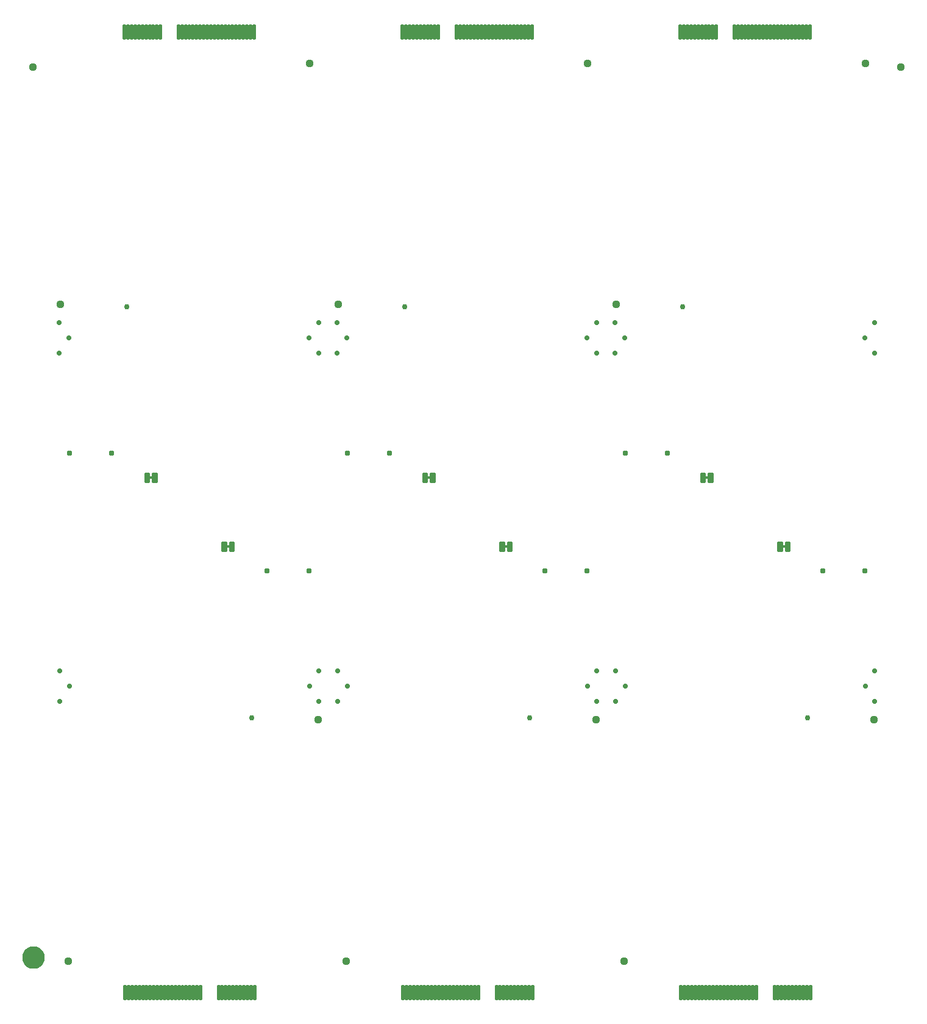
<source format=gbs>
G04 EAGLE Gerber RS-274X export*
G75*
%MOMM*%
%FSLAX34Y34*%
%LPD*%
%INSoldermask Bottom*%
%IPPOS*%
%AMOC8*
5,1,8,0,0,1.08239X$1,22.5*%
G01*
%ADD10C,1.127000*%
%ADD11C,0.228959*%
%ADD12C,0.736600*%
%ADD13C,0.762000*%
%ADD14C,0.777000*%
%ADD15C,0.228344*%
%ADD16C,1.270000*%
%ADD17C,1.627000*%

G36*
X911036Y727595D02*
X911036Y727595D01*
X911102Y727597D01*
X911145Y727615D01*
X911192Y727623D01*
X911249Y727657D01*
X911309Y727682D01*
X911344Y727713D01*
X911385Y727738D01*
X911427Y727789D01*
X911475Y727833D01*
X911497Y727875D01*
X911526Y727912D01*
X911547Y727974D01*
X911578Y728033D01*
X911586Y728087D01*
X911598Y728124D01*
X911597Y728164D01*
X911605Y728218D01*
X911605Y730758D01*
X911594Y730823D01*
X911592Y730889D01*
X911574Y730932D01*
X911566Y730979D01*
X911532Y731036D01*
X911507Y731096D01*
X911476Y731131D01*
X911451Y731172D01*
X911400Y731214D01*
X911356Y731262D01*
X911314Y731284D01*
X911277Y731313D01*
X911215Y731334D01*
X911156Y731365D01*
X911102Y731373D01*
X911065Y731385D01*
X911025Y731384D01*
X910971Y731392D01*
X907161Y731392D01*
X907096Y731381D01*
X907030Y731379D01*
X906987Y731361D01*
X906940Y731353D01*
X906883Y731319D01*
X906823Y731294D01*
X906788Y731263D01*
X906747Y731238D01*
X906706Y731187D01*
X906657Y731143D01*
X906635Y731101D01*
X906606Y731064D01*
X906585Y731002D01*
X906554Y730943D01*
X906546Y730889D01*
X906534Y730852D01*
X906534Y730849D01*
X906535Y730812D01*
X906527Y730758D01*
X906527Y728218D01*
X906538Y728153D01*
X906540Y728087D01*
X906558Y728044D01*
X906566Y727997D01*
X906600Y727940D01*
X906625Y727880D01*
X906656Y727845D01*
X906681Y727804D01*
X906732Y727763D01*
X906776Y727714D01*
X906818Y727692D01*
X906855Y727663D01*
X906917Y727642D01*
X906976Y727611D01*
X907030Y727603D01*
X907067Y727591D01*
X907107Y727592D01*
X907161Y727584D01*
X910971Y727584D01*
X911036Y727595D01*
G37*
G36*
X524956Y727595D02*
X524956Y727595D01*
X525022Y727597D01*
X525065Y727615D01*
X525112Y727623D01*
X525169Y727657D01*
X525229Y727682D01*
X525264Y727713D01*
X525305Y727738D01*
X525347Y727789D01*
X525395Y727833D01*
X525417Y727875D01*
X525446Y727912D01*
X525467Y727974D01*
X525498Y728033D01*
X525506Y728087D01*
X525518Y728124D01*
X525517Y728164D01*
X525525Y728218D01*
X525525Y730758D01*
X525514Y730823D01*
X525512Y730889D01*
X525494Y730932D01*
X525486Y730979D01*
X525452Y731036D01*
X525427Y731096D01*
X525396Y731131D01*
X525371Y731172D01*
X525320Y731214D01*
X525276Y731262D01*
X525234Y731284D01*
X525197Y731313D01*
X525135Y731334D01*
X525076Y731365D01*
X525022Y731373D01*
X524985Y731385D01*
X524945Y731384D01*
X524891Y731392D01*
X521081Y731392D01*
X521016Y731381D01*
X520950Y731379D01*
X520907Y731361D01*
X520860Y731353D01*
X520803Y731319D01*
X520743Y731294D01*
X520708Y731263D01*
X520667Y731238D01*
X520626Y731187D01*
X520577Y731143D01*
X520555Y731101D01*
X520526Y731064D01*
X520505Y731002D01*
X520474Y730943D01*
X520466Y730889D01*
X520454Y730852D01*
X520454Y730849D01*
X520455Y730812D01*
X520447Y730758D01*
X520447Y728218D01*
X520458Y728153D01*
X520460Y728087D01*
X520478Y728044D01*
X520486Y727997D01*
X520520Y727940D01*
X520545Y727880D01*
X520576Y727845D01*
X520601Y727804D01*
X520652Y727763D01*
X520696Y727714D01*
X520738Y727692D01*
X520775Y727663D01*
X520837Y727642D01*
X520896Y727611D01*
X520950Y727603D01*
X520987Y727591D01*
X521027Y727592D01*
X521081Y727584D01*
X524891Y727584D01*
X524956Y727595D01*
G37*
G36*
X138876Y727595D02*
X138876Y727595D01*
X138942Y727597D01*
X138985Y727615D01*
X139032Y727623D01*
X139089Y727657D01*
X139149Y727682D01*
X139184Y727713D01*
X139225Y727738D01*
X139267Y727789D01*
X139315Y727833D01*
X139337Y727875D01*
X139366Y727912D01*
X139387Y727974D01*
X139418Y728033D01*
X139426Y728087D01*
X139438Y728124D01*
X139437Y728164D01*
X139445Y728218D01*
X139445Y730758D01*
X139434Y730823D01*
X139432Y730889D01*
X139414Y730932D01*
X139406Y730979D01*
X139372Y731036D01*
X139347Y731096D01*
X139316Y731131D01*
X139291Y731172D01*
X139240Y731214D01*
X139196Y731262D01*
X139154Y731284D01*
X139117Y731313D01*
X139055Y731334D01*
X138996Y731365D01*
X138942Y731373D01*
X138905Y731385D01*
X138865Y731384D01*
X138811Y731392D01*
X135001Y731392D01*
X134936Y731381D01*
X134870Y731379D01*
X134827Y731361D01*
X134780Y731353D01*
X134723Y731319D01*
X134663Y731294D01*
X134628Y731263D01*
X134587Y731238D01*
X134546Y731187D01*
X134497Y731143D01*
X134475Y731101D01*
X134446Y731064D01*
X134425Y731002D01*
X134394Y730943D01*
X134386Y730889D01*
X134374Y730852D01*
X134374Y730849D01*
X134375Y730812D01*
X134367Y730758D01*
X134367Y728218D01*
X134378Y728153D01*
X134380Y728087D01*
X134398Y728044D01*
X134406Y727997D01*
X134440Y727940D01*
X134465Y727880D01*
X134496Y727845D01*
X134521Y727804D01*
X134572Y727763D01*
X134616Y727714D01*
X134658Y727692D01*
X134695Y727663D01*
X134757Y727642D01*
X134816Y727611D01*
X134870Y727603D01*
X134907Y727591D01*
X134947Y727592D01*
X135001Y727584D01*
X138811Y727584D01*
X138876Y727595D01*
G37*
G36*
X1018224Y631837D02*
X1018224Y631837D01*
X1018290Y631839D01*
X1018333Y631857D01*
X1018380Y631865D01*
X1018437Y631899D01*
X1018497Y631924D01*
X1018532Y631955D01*
X1018573Y631980D01*
X1018615Y632031D01*
X1018663Y632075D01*
X1018685Y632117D01*
X1018714Y632154D01*
X1018735Y632216D01*
X1018766Y632275D01*
X1018774Y632329D01*
X1018786Y632366D01*
X1018785Y632406D01*
X1018793Y632460D01*
X1018793Y635000D01*
X1018782Y635065D01*
X1018780Y635131D01*
X1018762Y635174D01*
X1018754Y635221D01*
X1018720Y635278D01*
X1018695Y635338D01*
X1018664Y635373D01*
X1018639Y635414D01*
X1018588Y635456D01*
X1018544Y635504D01*
X1018502Y635526D01*
X1018465Y635555D01*
X1018403Y635576D01*
X1018344Y635607D01*
X1018290Y635615D01*
X1018253Y635627D01*
X1018213Y635626D01*
X1018159Y635634D01*
X1014349Y635634D01*
X1014284Y635623D01*
X1014218Y635621D01*
X1014175Y635603D01*
X1014128Y635595D01*
X1014071Y635561D01*
X1014011Y635536D01*
X1013976Y635505D01*
X1013935Y635480D01*
X1013894Y635429D01*
X1013845Y635385D01*
X1013823Y635343D01*
X1013794Y635306D01*
X1013773Y635244D01*
X1013742Y635185D01*
X1013734Y635131D01*
X1013722Y635094D01*
X1013722Y635091D01*
X1013723Y635054D01*
X1013715Y635000D01*
X1013715Y632460D01*
X1013726Y632395D01*
X1013728Y632329D01*
X1013746Y632286D01*
X1013754Y632239D01*
X1013788Y632182D01*
X1013813Y632122D01*
X1013844Y632087D01*
X1013869Y632046D01*
X1013920Y632005D01*
X1013964Y631956D01*
X1014006Y631934D01*
X1014043Y631905D01*
X1014105Y631884D01*
X1014164Y631853D01*
X1014218Y631845D01*
X1014255Y631833D01*
X1014295Y631834D01*
X1014349Y631826D01*
X1018159Y631826D01*
X1018224Y631837D01*
G37*
G36*
X632144Y631837D02*
X632144Y631837D01*
X632210Y631839D01*
X632253Y631857D01*
X632300Y631865D01*
X632357Y631899D01*
X632417Y631924D01*
X632452Y631955D01*
X632493Y631980D01*
X632535Y632031D01*
X632583Y632075D01*
X632605Y632117D01*
X632634Y632154D01*
X632655Y632216D01*
X632686Y632275D01*
X632694Y632329D01*
X632706Y632366D01*
X632705Y632406D01*
X632713Y632460D01*
X632713Y635000D01*
X632702Y635065D01*
X632700Y635131D01*
X632682Y635174D01*
X632674Y635221D01*
X632640Y635278D01*
X632615Y635338D01*
X632584Y635373D01*
X632559Y635414D01*
X632508Y635456D01*
X632464Y635504D01*
X632422Y635526D01*
X632385Y635555D01*
X632323Y635576D01*
X632264Y635607D01*
X632210Y635615D01*
X632173Y635627D01*
X632133Y635626D01*
X632079Y635634D01*
X628269Y635634D01*
X628204Y635623D01*
X628138Y635621D01*
X628095Y635603D01*
X628048Y635595D01*
X627991Y635561D01*
X627931Y635536D01*
X627896Y635505D01*
X627855Y635480D01*
X627814Y635429D01*
X627765Y635385D01*
X627743Y635343D01*
X627714Y635306D01*
X627693Y635244D01*
X627662Y635185D01*
X627654Y635131D01*
X627642Y635094D01*
X627642Y635091D01*
X627643Y635054D01*
X627635Y635000D01*
X627635Y632460D01*
X627646Y632395D01*
X627648Y632329D01*
X627666Y632286D01*
X627674Y632239D01*
X627708Y632182D01*
X627733Y632122D01*
X627764Y632087D01*
X627789Y632046D01*
X627840Y632005D01*
X627884Y631956D01*
X627926Y631934D01*
X627963Y631905D01*
X628025Y631884D01*
X628084Y631853D01*
X628138Y631845D01*
X628175Y631833D01*
X628215Y631834D01*
X628269Y631826D01*
X632079Y631826D01*
X632144Y631837D01*
G37*
G36*
X246064Y631837D02*
X246064Y631837D01*
X246130Y631839D01*
X246173Y631857D01*
X246220Y631865D01*
X246277Y631899D01*
X246337Y631924D01*
X246372Y631955D01*
X246413Y631980D01*
X246455Y632031D01*
X246503Y632075D01*
X246525Y632117D01*
X246554Y632154D01*
X246575Y632216D01*
X246606Y632275D01*
X246614Y632329D01*
X246626Y632366D01*
X246625Y632406D01*
X246633Y632460D01*
X246633Y635000D01*
X246622Y635065D01*
X246620Y635131D01*
X246602Y635174D01*
X246594Y635221D01*
X246560Y635278D01*
X246535Y635338D01*
X246504Y635373D01*
X246479Y635414D01*
X246428Y635456D01*
X246384Y635504D01*
X246342Y635526D01*
X246305Y635555D01*
X246243Y635576D01*
X246184Y635607D01*
X246130Y635615D01*
X246093Y635627D01*
X246053Y635626D01*
X245999Y635634D01*
X242189Y635634D01*
X242124Y635623D01*
X242058Y635621D01*
X242015Y635603D01*
X241968Y635595D01*
X241911Y635561D01*
X241851Y635536D01*
X241816Y635505D01*
X241775Y635480D01*
X241734Y635429D01*
X241685Y635385D01*
X241663Y635343D01*
X241634Y635306D01*
X241613Y635244D01*
X241582Y635185D01*
X241574Y635131D01*
X241562Y635094D01*
X241562Y635091D01*
X241563Y635054D01*
X241555Y635000D01*
X241555Y632460D01*
X241566Y632395D01*
X241568Y632329D01*
X241586Y632286D01*
X241594Y632239D01*
X241628Y632182D01*
X241653Y632122D01*
X241684Y632087D01*
X241709Y632046D01*
X241760Y632005D01*
X241804Y631956D01*
X241846Y631934D01*
X241883Y631905D01*
X241945Y631884D01*
X242004Y631853D01*
X242058Y631845D01*
X242095Y631833D01*
X242135Y631834D01*
X242189Y631826D01*
X245999Y631826D01*
X246064Y631837D01*
G37*
D10*
X22860Y58420D03*
X369824Y393446D03*
D11*
X282080Y5892D02*
X279600Y5892D01*
X279600Y24372D01*
X282080Y24372D01*
X282080Y5892D01*
X282080Y8067D02*
X279600Y8067D01*
X279600Y10242D02*
X282080Y10242D01*
X282080Y12417D02*
X279600Y12417D01*
X279600Y14592D02*
X282080Y14592D01*
X282080Y16767D02*
X279600Y16767D01*
X279600Y18942D02*
X282080Y18942D01*
X282080Y21117D02*
X279600Y21117D01*
X279600Y23292D02*
X282080Y23292D01*
X277080Y5892D02*
X274600Y5892D01*
X274600Y24372D01*
X277080Y24372D01*
X277080Y5892D01*
X277080Y8067D02*
X274600Y8067D01*
X274600Y10242D02*
X277080Y10242D01*
X277080Y12417D02*
X274600Y12417D01*
X274600Y14592D02*
X277080Y14592D01*
X277080Y16767D02*
X274600Y16767D01*
X274600Y18942D02*
X277080Y18942D01*
X277080Y21117D02*
X274600Y21117D01*
X274600Y23292D02*
X277080Y23292D01*
X272080Y5892D02*
X269600Y5892D01*
X269600Y24372D01*
X272080Y24372D01*
X272080Y5892D01*
X272080Y8067D02*
X269600Y8067D01*
X269600Y10242D02*
X272080Y10242D01*
X272080Y12417D02*
X269600Y12417D01*
X269600Y14592D02*
X272080Y14592D01*
X272080Y16767D02*
X269600Y16767D01*
X269600Y18942D02*
X272080Y18942D01*
X272080Y21117D02*
X269600Y21117D01*
X269600Y23292D02*
X272080Y23292D01*
X267080Y5892D02*
X264600Y5892D01*
X264600Y24372D01*
X267080Y24372D01*
X267080Y5892D01*
X267080Y8067D02*
X264600Y8067D01*
X264600Y10242D02*
X267080Y10242D01*
X267080Y12417D02*
X264600Y12417D01*
X264600Y14592D02*
X267080Y14592D01*
X267080Y16767D02*
X264600Y16767D01*
X264600Y18942D02*
X267080Y18942D01*
X267080Y21117D02*
X264600Y21117D01*
X264600Y23292D02*
X267080Y23292D01*
X262080Y5892D02*
X259600Y5892D01*
X259600Y24372D01*
X262080Y24372D01*
X262080Y5892D01*
X262080Y8067D02*
X259600Y8067D01*
X259600Y10242D02*
X262080Y10242D01*
X262080Y12417D02*
X259600Y12417D01*
X259600Y14592D02*
X262080Y14592D01*
X262080Y16767D02*
X259600Y16767D01*
X259600Y18942D02*
X262080Y18942D01*
X262080Y21117D02*
X259600Y21117D01*
X259600Y23292D02*
X262080Y23292D01*
X257080Y5892D02*
X254600Y5892D01*
X254600Y24372D01*
X257080Y24372D01*
X257080Y5892D01*
X257080Y8067D02*
X254600Y8067D01*
X254600Y10242D02*
X257080Y10242D01*
X257080Y12417D02*
X254600Y12417D01*
X254600Y14592D02*
X257080Y14592D01*
X257080Y16767D02*
X254600Y16767D01*
X254600Y18942D02*
X257080Y18942D01*
X257080Y21117D02*
X254600Y21117D01*
X254600Y23292D02*
X257080Y23292D01*
X252080Y5892D02*
X249600Y5892D01*
X249600Y24372D01*
X252080Y24372D01*
X252080Y5892D01*
X252080Y8067D02*
X249600Y8067D01*
X249600Y10242D02*
X252080Y10242D01*
X252080Y12417D02*
X249600Y12417D01*
X249600Y14592D02*
X252080Y14592D01*
X252080Y16767D02*
X249600Y16767D01*
X249600Y18942D02*
X252080Y18942D01*
X252080Y21117D02*
X249600Y21117D01*
X249600Y23292D02*
X252080Y23292D01*
X247080Y5892D02*
X244600Y5892D01*
X244600Y24372D01*
X247080Y24372D01*
X247080Y5892D01*
X247080Y8067D02*
X244600Y8067D01*
X244600Y10242D02*
X247080Y10242D01*
X247080Y12417D02*
X244600Y12417D01*
X244600Y14592D02*
X247080Y14592D01*
X247080Y16767D02*
X244600Y16767D01*
X244600Y18942D02*
X247080Y18942D01*
X247080Y21117D02*
X244600Y21117D01*
X244600Y23292D02*
X247080Y23292D01*
X242080Y5892D02*
X239600Y5892D01*
X239600Y24372D01*
X242080Y24372D01*
X242080Y5892D01*
X242080Y8067D02*
X239600Y8067D01*
X239600Y10242D02*
X242080Y10242D01*
X242080Y12417D02*
X239600Y12417D01*
X239600Y14592D02*
X242080Y14592D01*
X242080Y16767D02*
X239600Y16767D01*
X239600Y18942D02*
X242080Y18942D01*
X242080Y21117D02*
X239600Y21117D01*
X239600Y23292D02*
X242080Y23292D01*
X237080Y5892D02*
X234600Y5892D01*
X234600Y24372D01*
X237080Y24372D01*
X237080Y5892D01*
X237080Y8067D02*
X234600Y8067D01*
X234600Y10242D02*
X237080Y10242D01*
X237080Y12417D02*
X234600Y12417D01*
X234600Y14592D02*
X237080Y14592D01*
X237080Y16767D02*
X234600Y16767D01*
X234600Y18942D02*
X237080Y18942D01*
X237080Y21117D02*
X234600Y21117D01*
X234600Y23292D02*
X237080Y23292D01*
X232080Y5892D02*
X229600Y5892D01*
X229600Y24372D01*
X232080Y24372D01*
X232080Y5892D01*
X232080Y8067D02*
X229600Y8067D01*
X229600Y10242D02*
X232080Y10242D01*
X232080Y12417D02*
X229600Y12417D01*
X229600Y14592D02*
X232080Y14592D01*
X232080Y16767D02*
X229600Y16767D01*
X229600Y18942D02*
X232080Y18942D01*
X232080Y21117D02*
X229600Y21117D01*
X229600Y23292D02*
X232080Y23292D01*
X207080Y5892D02*
X204600Y5892D01*
X204600Y24372D01*
X207080Y24372D01*
X207080Y5892D01*
X207080Y8067D02*
X204600Y8067D01*
X204600Y10242D02*
X207080Y10242D01*
X207080Y12417D02*
X204600Y12417D01*
X204600Y14592D02*
X207080Y14592D01*
X207080Y16767D02*
X204600Y16767D01*
X204600Y18942D02*
X207080Y18942D01*
X207080Y21117D02*
X204600Y21117D01*
X204600Y23292D02*
X207080Y23292D01*
X202080Y5892D02*
X199600Y5892D01*
X199600Y24372D01*
X202080Y24372D01*
X202080Y5892D01*
X202080Y8067D02*
X199600Y8067D01*
X199600Y10242D02*
X202080Y10242D01*
X202080Y12417D02*
X199600Y12417D01*
X199600Y14592D02*
X202080Y14592D01*
X202080Y16767D02*
X199600Y16767D01*
X199600Y18942D02*
X202080Y18942D01*
X202080Y21117D02*
X199600Y21117D01*
X199600Y23292D02*
X202080Y23292D01*
X197080Y5892D02*
X194600Y5892D01*
X194600Y24372D01*
X197080Y24372D01*
X197080Y5892D01*
X197080Y8067D02*
X194600Y8067D01*
X194600Y10242D02*
X197080Y10242D01*
X197080Y12417D02*
X194600Y12417D01*
X194600Y14592D02*
X197080Y14592D01*
X197080Y16767D02*
X194600Y16767D01*
X194600Y18942D02*
X197080Y18942D01*
X197080Y21117D02*
X194600Y21117D01*
X194600Y23292D02*
X197080Y23292D01*
X192080Y5892D02*
X189600Y5892D01*
X189600Y24372D01*
X192080Y24372D01*
X192080Y5892D01*
X192080Y8067D02*
X189600Y8067D01*
X189600Y10242D02*
X192080Y10242D01*
X192080Y12417D02*
X189600Y12417D01*
X189600Y14592D02*
X192080Y14592D01*
X192080Y16767D02*
X189600Y16767D01*
X189600Y18942D02*
X192080Y18942D01*
X192080Y21117D02*
X189600Y21117D01*
X189600Y23292D02*
X192080Y23292D01*
X187080Y5892D02*
X184600Y5892D01*
X184600Y24372D01*
X187080Y24372D01*
X187080Y5892D01*
X187080Y8067D02*
X184600Y8067D01*
X184600Y10242D02*
X187080Y10242D01*
X187080Y12417D02*
X184600Y12417D01*
X184600Y14592D02*
X187080Y14592D01*
X187080Y16767D02*
X184600Y16767D01*
X184600Y18942D02*
X187080Y18942D01*
X187080Y21117D02*
X184600Y21117D01*
X184600Y23292D02*
X187080Y23292D01*
X182080Y5892D02*
X179600Y5892D01*
X179600Y24372D01*
X182080Y24372D01*
X182080Y5892D01*
X182080Y8067D02*
X179600Y8067D01*
X179600Y10242D02*
X182080Y10242D01*
X182080Y12417D02*
X179600Y12417D01*
X179600Y14592D02*
X182080Y14592D01*
X182080Y16767D02*
X179600Y16767D01*
X179600Y18942D02*
X182080Y18942D01*
X182080Y21117D02*
X179600Y21117D01*
X179600Y23292D02*
X182080Y23292D01*
X177080Y5892D02*
X174600Y5892D01*
X174600Y24372D01*
X177080Y24372D01*
X177080Y5892D01*
X177080Y8067D02*
X174600Y8067D01*
X174600Y10242D02*
X177080Y10242D01*
X177080Y12417D02*
X174600Y12417D01*
X174600Y14592D02*
X177080Y14592D01*
X177080Y16767D02*
X174600Y16767D01*
X174600Y18942D02*
X177080Y18942D01*
X177080Y21117D02*
X174600Y21117D01*
X174600Y23292D02*
X177080Y23292D01*
X172080Y5892D02*
X169600Y5892D01*
X169600Y24372D01*
X172080Y24372D01*
X172080Y5892D01*
X172080Y8067D02*
X169600Y8067D01*
X169600Y10242D02*
X172080Y10242D01*
X172080Y12417D02*
X169600Y12417D01*
X169600Y14592D02*
X172080Y14592D01*
X172080Y16767D02*
X169600Y16767D01*
X169600Y18942D02*
X172080Y18942D01*
X172080Y21117D02*
X169600Y21117D01*
X169600Y23292D02*
X172080Y23292D01*
X167080Y5892D02*
X164600Y5892D01*
X164600Y24372D01*
X167080Y24372D01*
X167080Y5892D01*
X167080Y8067D02*
X164600Y8067D01*
X164600Y10242D02*
X167080Y10242D01*
X167080Y12417D02*
X164600Y12417D01*
X164600Y14592D02*
X167080Y14592D01*
X167080Y16767D02*
X164600Y16767D01*
X164600Y18942D02*
X167080Y18942D01*
X167080Y21117D02*
X164600Y21117D01*
X164600Y23292D02*
X167080Y23292D01*
X162080Y5892D02*
X159600Y5892D01*
X159600Y24372D01*
X162080Y24372D01*
X162080Y5892D01*
X162080Y8067D02*
X159600Y8067D01*
X159600Y10242D02*
X162080Y10242D01*
X162080Y12417D02*
X159600Y12417D01*
X159600Y14592D02*
X162080Y14592D01*
X162080Y16767D02*
X159600Y16767D01*
X159600Y18942D02*
X162080Y18942D01*
X162080Y21117D02*
X159600Y21117D01*
X159600Y23292D02*
X162080Y23292D01*
X157080Y5892D02*
X154600Y5892D01*
X154600Y24372D01*
X157080Y24372D01*
X157080Y5892D01*
X157080Y8067D02*
X154600Y8067D01*
X154600Y10242D02*
X157080Y10242D01*
X157080Y12417D02*
X154600Y12417D01*
X154600Y14592D02*
X157080Y14592D01*
X157080Y16767D02*
X154600Y16767D01*
X154600Y18942D02*
X157080Y18942D01*
X157080Y21117D02*
X154600Y21117D01*
X154600Y23292D02*
X157080Y23292D01*
X152080Y5892D02*
X149600Y5892D01*
X149600Y24372D01*
X152080Y24372D01*
X152080Y5892D01*
X152080Y8067D02*
X149600Y8067D01*
X149600Y10242D02*
X152080Y10242D01*
X152080Y12417D02*
X149600Y12417D01*
X149600Y14592D02*
X152080Y14592D01*
X152080Y16767D02*
X149600Y16767D01*
X149600Y18942D02*
X152080Y18942D01*
X152080Y21117D02*
X149600Y21117D01*
X149600Y23292D02*
X152080Y23292D01*
X147080Y5892D02*
X144600Y5892D01*
X144600Y24372D01*
X147080Y24372D01*
X147080Y5892D01*
X147080Y8067D02*
X144600Y8067D01*
X144600Y10242D02*
X147080Y10242D01*
X147080Y12417D02*
X144600Y12417D01*
X144600Y14592D02*
X147080Y14592D01*
X147080Y16767D02*
X144600Y16767D01*
X144600Y18942D02*
X147080Y18942D01*
X147080Y21117D02*
X144600Y21117D01*
X144600Y23292D02*
X147080Y23292D01*
X142080Y5892D02*
X139600Y5892D01*
X139600Y24372D01*
X142080Y24372D01*
X142080Y5892D01*
X142080Y8067D02*
X139600Y8067D01*
X139600Y10242D02*
X142080Y10242D01*
X142080Y12417D02*
X139600Y12417D01*
X139600Y14592D02*
X142080Y14592D01*
X142080Y16767D02*
X139600Y16767D01*
X139600Y18942D02*
X142080Y18942D01*
X142080Y21117D02*
X139600Y21117D01*
X139600Y23292D02*
X142080Y23292D01*
X137080Y5892D02*
X134600Y5892D01*
X134600Y24372D01*
X137080Y24372D01*
X137080Y5892D01*
X137080Y8067D02*
X134600Y8067D01*
X134600Y10242D02*
X137080Y10242D01*
X137080Y12417D02*
X134600Y12417D01*
X134600Y14592D02*
X137080Y14592D01*
X137080Y16767D02*
X134600Y16767D01*
X134600Y18942D02*
X137080Y18942D01*
X137080Y21117D02*
X134600Y21117D01*
X134600Y23292D02*
X137080Y23292D01*
X132080Y5892D02*
X129600Y5892D01*
X129600Y24372D01*
X132080Y24372D01*
X132080Y5892D01*
X132080Y8067D02*
X129600Y8067D01*
X129600Y10242D02*
X132080Y10242D01*
X132080Y12417D02*
X129600Y12417D01*
X129600Y14592D02*
X132080Y14592D01*
X132080Y16767D02*
X129600Y16767D01*
X129600Y18942D02*
X132080Y18942D01*
X132080Y21117D02*
X129600Y21117D01*
X129600Y23292D02*
X132080Y23292D01*
X127080Y5892D02*
X124600Y5892D01*
X124600Y24372D01*
X127080Y24372D01*
X127080Y5892D01*
X127080Y8067D02*
X124600Y8067D01*
X124600Y10242D02*
X127080Y10242D01*
X127080Y12417D02*
X124600Y12417D01*
X124600Y14592D02*
X127080Y14592D01*
X127080Y16767D02*
X124600Y16767D01*
X124600Y18942D02*
X127080Y18942D01*
X127080Y21117D02*
X124600Y21117D01*
X124600Y23292D02*
X127080Y23292D01*
X122080Y5892D02*
X119600Y5892D01*
X119600Y24372D01*
X122080Y24372D01*
X122080Y5892D01*
X122080Y8067D02*
X119600Y8067D01*
X119600Y10242D02*
X122080Y10242D01*
X122080Y12417D02*
X119600Y12417D01*
X119600Y14592D02*
X122080Y14592D01*
X122080Y16767D02*
X119600Y16767D01*
X119600Y18942D02*
X122080Y18942D01*
X122080Y21117D02*
X119600Y21117D01*
X119600Y23292D02*
X122080Y23292D01*
X117080Y5892D02*
X114600Y5892D01*
X114600Y24372D01*
X117080Y24372D01*
X117080Y5892D01*
X117080Y8067D02*
X114600Y8067D01*
X114600Y10242D02*
X117080Y10242D01*
X117080Y12417D02*
X114600Y12417D01*
X114600Y14592D02*
X117080Y14592D01*
X117080Y16767D02*
X114600Y16767D01*
X114600Y18942D02*
X117080Y18942D01*
X117080Y21117D02*
X114600Y21117D01*
X114600Y23292D02*
X117080Y23292D01*
X112080Y5892D02*
X109600Y5892D01*
X109600Y24372D01*
X112080Y24372D01*
X112080Y5892D01*
X112080Y8067D02*
X109600Y8067D01*
X109600Y10242D02*
X112080Y10242D01*
X112080Y12417D02*
X109600Y12417D01*
X109600Y14592D02*
X112080Y14592D01*
X112080Y16767D02*
X109600Y16767D01*
X109600Y18942D02*
X112080Y18942D01*
X112080Y21117D02*
X109600Y21117D01*
X109600Y23292D02*
X112080Y23292D01*
X107080Y5892D02*
X104600Y5892D01*
X104600Y24372D01*
X107080Y24372D01*
X107080Y5892D01*
X107080Y8067D02*
X104600Y8067D01*
X104600Y10242D02*
X107080Y10242D01*
X107080Y12417D02*
X104600Y12417D01*
X104600Y14592D02*
X107080Y14592D01*
X107080Y16767D02*
X104600Y16767D01*
X104600Y18942D02*
X107080Y18942D01*
X107080Y21117D02*
X104600Y21117D01*
X104600Y23292D02*
X107080Y23292D01*
X102080Y5892D02*
X99600Y5892D01*
X99600Y24372D01*
X102080Y24372D01*
X102080Y5892D01*
X102080Y8067D02*
X99600Y8067D01*
X99600Y10242D02*
X102080Y10242D01*
X102080Y12417D02*
X99600Y12417D01*
X99600Y14592D02*
X102080Y14592D01*
X102080Y16767D02*
X99600Y16767D01*
X99600Y18942D02*
X102080Y18942D01*
X102080Y21117D02*
X99600Y21117D01*
X99600Y23292D02*
X102080Y23292D01*
D12*
X370840Y460882D03*
X370840Y418882D03*
X357840Y439882D03*
X10840Y418882D03*
X10840Y460882D03*
X23840Y439882D03*
D13*
X277368Y396240D03*
D14*
X356560Y599920D03*
X298760Y599920D03*
D15*
X241683Y627886D02*
X236091Y627886D01*
X236091Y639574D01*
X241683Y639574D01*
X241683Y627886D01*
X241683Y630055D02*
X236091Y630055D01*
X236091Y632224D02*
X241683Y632224D01*
X241683Y634393D02*
X236091Y634393D01*
X236091Y636562D02*
X241683Y636562D01*
X241683Y638731D02*
X236091Y638731D01*
X246505Y627886D02*
X252097Y627886D01*
X246505Y627886D02*
X246505Y639574D01*
X252097Y639574D01*
X252097Y627886D01*
X252097Y630055D02*
X246505Y630055D01*
X246505Y632224D02*
X252097Y632224D01*
X252097Y634393D02*
X246505Y634393D01*
X246505Y636562D02*
X252097Y636562D01*
X252097Y638731D02*
X246505Y638731D01*
D10*
X408940Y58420D03*
X755904Y393446D03*
D11*
X668160Y5892D02*
X665680Y5892D01*
X665680Y24372D01*
X668160Y24372D01*
X668160Y5892D01*
X668160Y8067D02*
X665680Y8067D01*
X665680Y10242D02*
X668160Y10242D01*
X668160Y12417D02*
X665680Y12417D01*
X665680Y14592D02*
X668160Y14592D01*
X668160Y16767D02*
X665680Y16767D01*
X665680Y18942D02*
X668160Y18942D01*
X668160Y21117D02*
X665680Y21117D01*
X665680Y23292D02*
X668160Y23292D01*
X663160Y5892D02*
X660680Y5892D01*
X660680Y24372D01*
X663160Y24372D01*
X663160Y5892D01*
X663160Y8067D02*
X660680Y8067D01*
X660680Y10242D02*
X663160Y10242D01*
X663160Y12417D02*
X660680Y12417D01*
X660680Y14592D02*
X663160Y14592D01*
X663160Y16767D02*
X660680Y16767D01*
X660680Y18942D02*
X663160Y18942D01*
X663160Y21117D02*
X660680Y21117D01*
X660680Y23292D02*
X663160Y23292D01*
X658160Y5892D02*
X655680Y5892D01*
X655680Y24372D01*
X658160Y24372D01*
X658160Y5892D01*
X658160Y8067D02*
X655680Y8067D01*
X655680Y10242D02*
X658160Y10242D01*
X658160Y12417D02*
X655680Y12417D01*
X655680Y14592D02*
X658160Y14592D01*
X658160Y16767D02*
X655680Y16767D01*
X655680Y18942D02*
X658160Y18942D01*
X658160Y21117D02*
X655680Y21117D01*
X655680Y23292D02*
X658160Y23292D01*
X653160Y5892D02*
X650680Y5892D01*
X650680Y24372D01*
X653160Y24372D01*
X653160Y5892D01*
X653160Y8067D02*
X650680Y8067D01*
X650680Y10242D02*
X653160Y10242D01*
X653160Y12417D02*
X650680Y12417D01*
X650680Y14592D02*
X653160Y14592D01*
X653160Y16767D02*
X650680Y16767D01*
X650680Y18942D02*
X653160Y18942D01*
X653160Y21117D02*
X650680Y21117D01*
X650680Y23292D02*
X653160Y23292D01*
X648160Y5892D02*
X645680Y5892D01*
X645680Y24372D01*
X648160Y24372D01*
X648160Y5892D01*
X648160Y8067D02*
X645680Y8067D01*
X645680Y10242D02*
X648160Y10242D01*
X648160Y12417D02*
X645680Y12417D01*
X645680Y14592D02*
X648160Y14592D01*
X648160Y16767D02*
X645680Y16767D01*
X645680Y18942D02*
X648160Y18942D01*
X648160Y21117D02*
X645680Y21117D01*
X645680Y23292D02*
X648160Y23292D01*
X643160Y5892D02*
X640680Y5892D01*
X640680Y24372D01*
X643160Y24372D01*
X643160Y5892D01*
X643160Y8067D02*
X640680Y8067D01*
X640680Y10242D02*
X643160Y10242D01*
X643160Y12417D02*
X640680Y12417D01*
X640680Y14592D02*
X643160Y14592D01*
X643160Y16767D02*
X640680Y16767D01*
X640680Y18942D02*
X643160Y18942D01*
X643160Y21117D02*
X640680Y21117D01*
X640680Y23292D02*
X643160Y23292D01*
X638160Y5892D02*
X635680Y5892D01*
X635680Y24372D01*
X638160Y24372D01*
X638160Y5892D01*
X638160Y8067D02*
X635680Y8067D01*
X635680Y10242D02*
X638160Y10242D01*
X638160Y12417D02*
X635680Y12417D01*
X635680Y14592D02*
X638160Y14592D01*
X638160Y16767D02*
X635680Y16767D01*
X635680Y18942D02*
X638160Y18942D01*
X638160Y21117D02*
X635680Y21117D01*
X635680Y23292D02*
X638160Y23292D01*
X633160Y5892D02*
X630680Y5892D01*
X630680Y24372D01*
X633160Y24372D01*
X633160Y5892D01*
X633160Y8067D02*
X630680Y8067D01*
X630680Y10242D02*
X633160Y10242D01*
X633160Y12417D02*
X630680Y12417D01*
X630680Y14592D02*
X633160Y14592D01*
X633160Y16767D02*
X630680Y16767D01*
X630680Y18942D02*
X633160Y18942D01*
X633160Y21117D02*
X630680Y21117D01*
X630680Y23292D02*
X633160Y23292D01*
X628160Y5892D02*
X625680Y5892D01*
X625680Y24372D01*
X628160Y24372D01*
X628160Y5892D01*
X628160Y8067D02*
X625680Y8067D01*
X625680Y10242D02*
X628160Y10242D01*
X628160Y12417D02*
X625680Y12417D01*
X625680Y14592D02*
X628160Y14592D01*
X628160Y16767D02*
X625680Y16767D01*
X625680Y18942D02*
X628160Y18942D01*
X628160Y21117D02*
X625680Y21117D01*
X625680Y23292D02*
X628160Y23292D01*
X623160Y5892D02*
X620680Y5892D01*
X620680Y24372D01*
X623160Y24372D01*
X623160Y5892D01*
X623160Y8067D02*
X620680Y8067D01*
X620680Y10242D02*
X623160Y10242D01*
X623160Y12417D02*
X620680Y12417D01*
X620680Y14592D02*
X623160Y14592D01*
X623160Y16767D02*
X620680Y16767D01*
X620680Y18942D02*
X623160Y18942D01*
X623160Y21117D02*
X620680Y21117D01*
X620680Y23292D02*
X623160Y23292D01*
X618160Y5892D02*
X615680Y5892D01*
X615680Y24372D01*
X618160Y24372D01*
X618160Y5892D01*
X618160Y8067D02*
X615680Y8067D01*
X615680Y10242D02*
X618160Y10242D01*
X618160Y12417D02*
X615680Y12417D01*
X615680Y14592D02*
X618160Y14592D01*
X618160Y16767D02*
X615680Y16767D01*
X615680Y18942D02*
X618160Y18942D01*
X618160Y21117D02*
X615680Y21117D01*
X615680Y23292D02*
X618160Y23292D01*
X593160Y5892D02*
X590680Y5892D01*
X590680Y24372D01*
X593160Y24372D01*
X593160Y5892D01*
X593160Y8067D02*
X590680Y8067D01*
X590680Y10242D02*
X593160Y10242D01*
X593160Y12417D02*
X590680Y12417D01*
X590680Y14592D02*
X593160Y14592D01*
X593160Y16767D02*
X590680Y16767D01*
X590680Y18942D02*
X593160Y18942D01*
X593160Y21117D02*
X590680Y21117D01*
X590680Y23292D02*
X593160Y23292D01*
X588160Y5892D02*
X585680Y5892D01*
X585680Y24372D01*
X588160Y24372D01*
X588160Y5892D01*
X588160Y8067D02*
X585680Y8067D01*
X585680Y10242D02*
X588160Y10242D01*
X588160Y12417D02*
X585680Y12417D01*
X585680Y14592D02*
X588160Y14592D01*
X588160Y16767D02*
X585680Y16767D01*
X585680Y18942D02*
X588160Y18942D01*
X588160Y21117D02*
X585680Y21117D01*
X585680Y23292D02*
X588160Y23292D01*
X583160Y5892D02*
X580680Y5892D01*
X580680Y24372D01*
X583160Y24372D01*
X583160Y5892D01*
X583160Y8067D02*
X580680Y8067D01*
X580680Y10242D02*
X583160Y10242D01*
X583160Y12417D02*
X580680Y12417D01*
X580680Y14592D02*
X583160Y14592D01*
X583160Y16767D02*
X580680Y16767D01*
X580680Y18942D02*
X583160Y18942D01*
X583160Y21117D02*
X580680Y21117D01*
X580680Y23292D02*
X583160Y23292D01*
X578160Y5892D02*
X575680Y5892D01*
X575680Y24372D01*
X578160Y24372D01*
X578160Y5892D01*
X578160Y8067D02*
X575680Y8067D01*
X575680Y10242D02*
X578160Y10242D01*
X578160Y12417D02*
X575680Y12417D01*
X575680Y14592D02*
X578160Y14592D01*
X578160Y16767D02*
X575680Y16767D01*
X575680Y18942D02*
X578160Y18942D01*
X578160Y21117D02*
X575680Y21117D01*
X575680Y23292D02*
X578160Y23292D01*
X573160Y5892D02*
X570680Y5892D01*
X570680Y24372D01*
X573160Y24372D01*
X573160Y5892D01*
X573160Y8067D02*
X570680Y8067D01*
X570680Y10242D02*
X573160Y10242D01*
X573160Y12417D02*
X570680Y12417D01*
X570680Y14592D02*
X573160Y14592D01*
X573160Y16767D02*
X570680Y16767D01*
X570680Y18942D02*
X573160Y18942D01*
X573160Y21117D02*
X570680Y21117D01*
X570680Y23292D02*
X573160Y23292D01*
X568160Y5892D02*
X565680Y5892D01*
X565680Y24372D01*
X568160Y24372D01*
X568160Y5892D01*
X568160Y8067D02*
X565680Y8067D01*
X565680Y10242D02*
X568160Y10242D01*
X568160Y12417D02*
X565680Y12417D01*
X565680Y14592D02*
X568160Y14592D01*
X568160Y16767D02*
X565680Y16767D01*
X565680Y18942D02*
X568160Y18942D01*
X568160Y21117D02*
X565680Y21117D01*
X565680Y23292D02*
X568160Y23292D01*
X563160Y5892D02*
X560680Y5892D01*
X560680Y24372D01*
X563160Y24372D01*
X563160Y5892D01*
X563160Y8067D02*
X560680Y8067D01*
X560680Y10242D02*
X563160Y10242D01*
X563160Y12417D02*
X560680Y12417D01*
X560680Y14592D02*
X563160Y14592D01*
X563160Y16767D02*
X560680Y16767D01*
X560680Y18942D02*
X563160Y18942D01*
X563160Y21117D02*
X560680Y21117D01*
X560680Y23292D02*
X563160Y23292D01*
X558160Y5892D02*
X555680Y5892D01*
X555680Y24372D01*
X558160Y24372D01*
X558160Y5892D01*
X558160Y8067D02*
X555680Y8067D01*
X555680Y10242D02*
X558160Y10242D01*
X558160Y12417D02*
X555680Y12417D01*
X555680Y14592D02*
X558160Y14592D01*
X558160Y16767D02*
X555680Y16767D01*
X555680Y18942D02*
X558160Y18942D01*
X558160Y21117D02*
X555680Y21117D01*
X555680Y23292D02*
X558160Y23292D01*
X553160Y5892D02*
X550680Y5892D01*
X550680Y24372D01*
X553160Y24372D01*
X553160Y5892D01*
X553160Y8067D02*
X550680Y8067D01*
X550680Y10242D02*
X553160Y10242D01*
X553160Y12417D02*
X550680Y12417D01*
X550680Y14592D02*
X553160Y14592D01*
X553160Y16767D02*
X550680Y16767D01*
X550680Y18942D02*
X553160Y18942D01*
X553160Y21117D02*
X550680Y21117D01*
X550680Y23292D02*
X553160Y23292D01*
X548160Y5892D02*
X545680Y5892D01*
X545680Y24372D01*
X548160Y24372D01*
X548160Y5892D01*
X548160Y8067D02*
X545680Y8067D01*
X545680Y10242D02*
X548160Y10242D01*
X548160Y12417D02*
X545680Y12417D01*
X545680Y14592D02*
X548160Y14592D01*
X548160Y16767D02*
X545680Y16767D01*
X545680Y18942D02*
X548160Y18942D01*
X548160Y21117D02*
X545680Y21117D01*
X545680Y23292D02*
X548160Y23292D01*
X543160Y5892D02*
X540680Y5892D01*
X540680Y24372D01*
X543160Y24372D01*
X543160Y5892D01*
X543160Y8067D02*
X540680Y8067D01*
X540680Y10242D02*
X543160Y10242D01*
X543160Y12417D02*
X540680Y12417D01*
X540680Y14592D02*
X543160Y14592D01*
X543160Y16767D02*
X540680Y16767D01*
X540680Y18942D02*
X543160Y18942D01*
X543160Y21117D02*
X540680Y21117D01*
X540680Y23292D02*
X543160Y23292D01*
X538160Y5892D02*
X535680Y5892D01*
X535680Y24372D01*
X538160Y24372D01*
X538160Y5892D01*
X538160Y8067D02*
X535680Y8067D01*
X535680Y10242D02*
X538160Y10242D01*
X538160Y12417D02*
X535680Y12417D01*
X535680Y14592D02*
X538160Y14592D01*
X538160Y16767D02*
X535680Y16767D01*
X535680Y18942D02*
X538160Y18942D01*
X538160Y21117D02*
X535680Y21117D01*
X535680Y23292D02*
X538160Y23292D01*
X533160Y5892D02*
X530680Y5892D01*
X530680Y24372D01*
X533160Y24372D01*
X533160Y5892D01*
X533160Y8067D02*
X530680Y8067D01*
X530680Y10242D02*
X533160Y10242D01*
X533160Y12417D02*
X530680Y12417D01*
X530680Y14592D02*
X533160Y14592D01*
X533160Y16767D02*
X530680Y16767D01*
X530680Y18942D02*
X533160Y18942D01*
X533160Y21117D02*
X530680Y21117D01*
X530680Y23292D02*
X533160Y23292D01*
X528160Y5892D02*
X525680Y5892D01*
X525680Y24372D01*
X528160Y24372D01*
X528160Y5892D01*
X528160Y8067D02*
X525680Y8067D01*
X525680Y10242D02*
X528160Y10242D01*
X528160Y12417D02*
X525680Y12417D01*
X525680Y14592D02*
X528160Y14592D01*
X528160Y16767D02*
X525680Y16767D01*
X525680Y18942D02*
X528160Y18942D01*
X528160Y21117D02*
X525680Y21117D01*
X525680Y23292D02*
X528160Y23292D01*
X523160Y5892D02*
X520680Y5892D01*
X520680Y24372D01*
X523160Y24372D01*
X523160Y5892D01*
X523160Y8067D02*
X520680Y8067D01*
X520680Y10242D02*
X523160Y10242D01*
X523160Y12417D02*
X520680Y12417D01*
X520680Y14592D02*
X523160Y14592D01*
X523160Y16767D02*
X520680Y16767D01*
X520680Y18942D02*
X523160Y18942D01*
X523160Y21117D02*
X520680Y21117D01*
X520680Y23292D02*
X523160Y23292D01*
X518160Y5892D02*
X515680Y5892D01*
X515680Y24372D01*
X518160Y24372D01*
X518160Y5892D01*
X518160Y8067D02*
X515680Y8067D01*
X515680Y10242D02*
X518160Y10242D01*
X518160Y12417D02*
X515680Y12417D01*
X515680Y14592D02*
X518160Y14592D01*
X518160Y16767D02*
X515680Y16767D01*
X515680Y18942D02*
X518160Y18942D01*
X518160Y21117D02*
X515680Y21117D01*
X515680Y23292D02*
X518160Y23292D01*
X513160Y5892D02*
X510680Y5892D01*
X510680Y24372D01*
X513160Y24372D01*
X513160Y5892D01*
X513160Y8067D02*
X510680Y8067D01*
X510680Y10242D02*
X513160Y10242D01*
X513160Y12417D02*
X510680Y12417D01*
X510680Y14592D02*
X513160Y14592D01*
X513160Y16767D02*
X510680Y16767D01*
X510680Y18942D02*
X513160Y18942D01*
X513160Y21117D02*
X510680Y21117D01*
X510680Y23292D02*
X513160Y23292D01*
X508160Y5892D02*
X505680Y5892D01*
X505680Y24372D01*
X508160Y24372D01*
X508160Y5892D01*
X508160Y8067D02*
X505680Y8067D01*
X505680Y10242D02*
X508160Y10242D01*
X508160Y12417D02*
X505680Y12417D01*
X505680Y14592D02*
X508160Y14592D01*
X508160Y16767D02*
X505680Y16767D01*
X505680Y18942D02*
X508160Y18942D01*
X508160Y21117D02*
X505680Y21117D01*
X505680Y23292D02*
X508160Y23292D01*
X503160Y5892D02*
X500680Y5892D01*
X500680Y24372D01*
X503160Y24372D01*
X503160Y5892D01*
X503160Y8067D02*
X500680Y8067D01*
X500680Y10242D02*
X503160Y10242D01*
X503160Y12417D02*
X500680Y12417D01*
X500680Y14592D02*
X503160Y14592D01*
X503160Y16767D02*
X500680Y16767D01*
X500680Y18942D02*
X503160Y18942D01*
X503160Y21117D02*
X500680Y21117D01*
X500680Y23292D02*
X503160Y23292D01*
X498160Y5892D02*
X495680Y5892D01*
X495680Y24372D01*
X498160Y24372D01*
X498160Y5892D01*
X498160Y8067D02*
X495680Y8067D01*
X495680Y10242D02*
X498160Y10242D01*
X498160Y12417D02*
X495680Y12417D01*
X495680Y14592D02*
X498160Y14592D01*
X498160Y16767D02*
X495680Y16767D01*
X495680Y18942D02*
X498160Y18942D01*
X498160Y21117D02*
X495680Y21117D01*
X495680Y23292D02*
X498160Y23292D01*
X493160Y5892D02*
X490680Y5892D01*
X490680Y24372D01*
X493160Y24372D01*
X493160Y5892D01*
X493160Y8067D02*
X490680Y8067D01*
X490680Y10242D02*
X493160Y10242D01*
X493160Y12417D02*
X490680Y12417D01*
X490680Y14592D02*
X493160Y14592D01*
X493160Y16767D02*
X490680Y16767D01*
X490680Y18942D02*
X493160Y18942D01*
X493160Y21117D02*
X490680Y21117D01*
X490680Y23292D02*
X493160Y23292D01*
X488160Y5892D02*
X485680Y5892D01*
X485680Y24372D01*
X488160Y24372D01*
X488160Y5892D01*
X488160Y8067D02*
X485680Y8067D01*
X485680Y10242D02*
X488160Y10242D01*
X488160Y12417D02*
X485680Y12417D01*
X485680Y14592D02*
X488160Y14592D01*
X488160Y16767D02*
X485680Y16767D01*
X485680Y18942D02*
X488160Y18942D01*
X488160Y21117D02*
X485680Y21117D01*
X485680Y23292D02*
X488160Y23292D01*
D12*
X756920Y460882D03*
X756920Y418882D03*
X743920Y439882D03*
X396920Y418882D03*
X396920Y460882D03*
X409920Y439882D03*
D13*
X663448Y396240D03*
D14*
X742640Y599920D03*
X684840Y599920D03*
D15*
X627763Y627886D02*
X622171Y627886D01*
X622171Y639574D01*
X627763Y639574D01*
X627763Y627886D01*
X627763Y630055D02*
X622171Y630055D01*
X622171Y632224D02*
X627763Y632224D01*
X627763Y634393D02*
X622171Y634393D01*
X622171Y636562D02*
X627763Y636562D01*
X627763Y638731D02*
X622171Y638731D01*
X632585Y627886D02*
X638177Y627886D01*
X632585Y627886D02*
X632585Y639574D01*
X638177Y639574D01*
X638177Y627886D01*
X638177Y630055D02*
X632585Y630055D01*
X632585Y632224D02*
X638177Y632224D01*
X638177Y634393D02*
X632585Y634393D01*
X632585Y636562D02*
X638177Y636562D01*
X638177Y638731D02*
X632585Y638731D01*
D10*
X795020Y58420D03*
X1141984Y393446D03*
D11*
X1054240Y5892D02*
X1051760Y5892D01*
X1051760Y24372D01*
X1054240Y24372D01*
X1054240Y5892D01*
X1054240Y8067D02*
X1051760Y8067D01*
X1051760Y10242D02*
X1054240Y10242D01*
X1054240Y12417D02*
X1051760Y12417D01*
X1051760Y14592D02*
X1054240Y14592D01*
X1054240Y16767D02*
X1051760Y16767D01*
X1051760Y18942D02*
X1054240Y18942D01*
X1054240Y21117D02*
X1051760Y21117D01*
X1051760Y23292D02*
X1054240Y23292D01*
X1049240Y5892D02*
X1046760Y5892D01*
X1046760Y24372D01*
X1049240Y24372D01*
X1049240Y5892D01*
X1049240Y8067D02*
X1046760Y8067D01*
X1046760Y10242D02*
X1049240Y10242D01*
X1049240Y12417D02*
X1046760Y12417D01*
X1046760Y14592D02*
X1049240Y14592D01*
X1049240Y16767D02*
X1046760Y16767D01*
X1046760Y18942D02*
X1049240Y18942D01*
X1049240Y21117D02*
X1046760Y21117D01*
X1046760Y23292D02*
X1049240Y23292D01*
X1044240Y5892D02*
X1041760Y5892D01*
X1041760Y24372D01*
X1044240Y24372D01*
X1044240Y5892D01*
X1044240Y8067D02*
X1041760Y8067D01*
X1041760Y10242D02*
X1044240Y10242D01*
X1044240Y12417D02*
X1041760Y12417D01*
X1041760Y14592D02*
X1044240Y14592D01*
X1044240Y16767D02*
X1041760Y16767D01*
X1041760Y18942D02*
X1044240Y18942D01*
X1044240Y21117D02*
X1041760Y21117D01*
X1041760Y23292D02*
X1044240Y23292D01*
X1039240Y5892D02*
X1036760Y5892D01*
X1036760Y24372D01*
X1039240Y24372D01*
X1039240Y5892D01*
X1039240Y8067D02*
X1036760Y8067D01*
X1036760Y10242D02*
X1039240Y10242D01*
X1039240Y12417D02*
X1036760Y12417D01*
X1036760Y14592D02*
X1039240Y14592D01*
X1039240Y16767D02*
X1036760Y16767D01*
X1036760Y18942D02*
X1039240Y18942D01*
X1039240Y21117D02*
X1036760Y21117D01*
X1036760Y23292D02*
X1039240Y23292D01*
X1034240Y5892D02*
X1031760Y5892D01*
X1031760Y24372D01*
X1034240Y24372D01*
X1034240Y5892D01*
X1034240Y8067D02*
X1031760Y8067D01*
X1031760Y10242D02*
X1034240Y10242D01*
X1034240Y12417D02*
X1031760Y12417D01*
X1031760Y14592D02*
X1034240Y14592D01*
X1034240Y16767D02*
X1031760Y16767D01*
X1031760Y18942D02*
X1034240Y18942D01*
X1034240Y21117D02*
X1031760Y21117D01*
X1031760Y23292D02*
X1034240Y23292D01*
X1029240Y5892D02*
X1026760Y5892D01*
X1026760Y24372D01*
X1029240Y24372D01*
X1029240Y5892D01*
X1029240Y8067D02*
X1026760Y8067D01*
X1026760Y10242D02*
X1029240Y10242D01*
X1029240Y12417D02*
X1026760Y12417D01*
X1026760Y14592D02*
X1029240Y14592D01*
X1029240Y16767D02*
X1026760Y16767D01*
X1026760Y18942D02*
X1029240Y18942D01*
X1029240Y21117D02*
X1026760Y21117D01*
X1026760Y23292D02*
X1029240Y23292D01*
X1024240Y5892D02*
X1021760Y5892D01*
X1021760Y24372D01*
X1024240Y24372D01*
X1024240Y5892D01*
X1024240Y8067D02*
X1021760Y8067D01*
X1021760Y10242D02*
X1024240Y10242D01*
X1024240Y12417D02*
X1021760Y12417D01*
X1021760Y14592D02*
X1024240Y14592D01*
X1024240Y16767D02*
X1021760Y16767D01*
X1021760Y18942D02*
X1024240Y18942D01*
X1024240Y21117D02*
X1021760Y21117D01*
X1021760Y23292D02*
X1024240Y23292D01*
X1019240Y5892D02*
X1016760Y5892D01*
X1016760Y24372D01*
X1019240Y24372D01*
X1019240Y5892D01*
X1019240Y8067D02*
X1016760Y8067D01*
X1016760Y10242D02*
X1019240Y10242D01*
X1019240Y12417D02*
X1016760Y12417D01*
X1016760Y14592D02*
X1019240Y14592D01*
X1019240Y16767D02*
X1016760Y16767D01*
X1016760Y18942D02*
X1019240Y18942D01*
X1019240Y21117D02*
X1016760Y21117D01*
X1016760Y23292D02*
X1019240Y23292D01*
X1014240Y5892D02*
X1011760Y5892D01*
X1011760Y24372D01*
X1014240Y24372D01*
X1014240Y5892D01*
X1014240Y8067D02*
X1011760Y8067D01*
X1011760Y10242D02*
X1014240Y10242D01*
X1014240Y12417D02*
X1011760Y12417D01*
X1011760Y14592D02*
X1014240Y14592D01*
X1014240Y16767D02*
X1011760Y16767D01*
X1011760Y18942D02*
X1014240Y18942D01*
X1014240Y21117D02*
X1011760Y21117D01*
X1011760Y23292D02*
X1014240Y23292D01*
X1009240Y5892D02*
X1006760Y5892D01*
X1006760Y24372D01*
X1009240Y24372D01*
X1009240Y5892D01*
X1009240Y8067D02*
X1006760Y8067D01*
X1006760Y10242D02*
X1009240Y10242D01*
X1009240Y12417D02*
X1006760Y12417D01*
X1006760Y14592D02*
X1009240Y14592D01*
X1009240Y16767D02*
X1006760Y16767D01*
X1006760Y18942D02*
X1009240Y18942D01*
X1009240Y21117D02*
X1006760Y21117D01*
X1006760Y23292D02*
X1009240Y23292D01*
X1004240Y5892D02*
X1001760Y5892D01*
X1001760Y24372D01*
X1004240Y24372D01*
X1004240Y5892D01*
X1004240Y8067D02*
X1001760Y8067D01*
X1001760Y10242D02*
X1004240Y10242D01*
X1004240Y12417D02*
X1001760Y12417D01*
X1001760Y14592D02*
X1004240Y14592D01*
X1004240Y16767D02*
X1001760Y16767D01*
X1001760Y18942D02*
X1004240Y18942D01*
X1004240Y21117D02*
X1001760Y21117D01*
X1001760Y23292D02*
X1004240Y23292D01*
X979240Y5892D02*
X976760Y5892D01*
X976760Y24372D01*
X979240Y24372D01*
X979240Y5892D01*
X979240Y8067D02*
X976760Y8067D01*
X976760Y10242D02*
X979240Y10242D01*
X979240Y12417D02*
X976760Y12417D01*
X976760Y14592D02*
X979240Y14592D01*
X979240Y16767D02*
X976760Y16767D01*
X976760Y18942D02*
X979240Y18942D01*
X979240Y21117D02*
X976760Y21117D01*
X976760Y23292D02*
X979240Y23292D01*
X974240Y5892D02*
X971760Y5892D01*
X971760Y24372D01*
X974240Y24372D01*
X974240Y5892D01*
X974240Y8067D02*
X971760Y8067D01*
X971760Y10242D02*
X974240Y10242D01*
X974240Y12417D02*
X971760Y12417D01*
X971760Y14592D02*
X974240Y14592D01*
X974240Y16767D02*
X971760Y16767D01*
X971760Y18942D02*
X974240Y18942D01*
X974240Y21117D02*
X971760Y21117D01*
X971760Y23292D02*
X974240Y23292D01*
X969240Y5892D02*
X966760Y5892D01*
X966760Y24372D01*
X969240Y24372D01*
X969240Y5892D01*
X969240Y8067D02*
X966760Y8067D01*
X966760Y10242D02*
X969240Y10242D01*
X969240Y12417D02*
X966760Y12417D01*
X966760Y14592D02*
X969240Y14592D01*
X969240Y16767D02*
X966760Y16767D01*
X966760Y18942D02*
X969240Y18942D01*
X969240Y21117D02*
X966760Y21117D01*
X966760Y23292D02*
X969240Y23292D01*
X964240Y5892D02*
X961760Y5892D01*
X961760Y24372D01*
X964240Y24372D01*
X964240Y5892D01*
X964240Y8067D02*
X961760Y8067D01*
X961760Y10242D02*
X964240Y10242D01*
X964240Y12417D02*
X961760Y12417D01*
X961760Y14592D02*
X964240Y14592D01*
X964240Y16767D02*
X961760Y16767D01*
X961760Y18942D02*
X964240Y18942D01*
X964240Y21117D02*
X961760Y21117D01*
X961760Y23292D02*
X964240Y23292D01*
X959240Y5892D02*
X956760Y5892D01*
X956760Y24372D01*
X959240Y24372D01*
X959240Y5892D01*
X959240Y8067D02*
X956760Y8067D01*
X956760Y10242D02*
X959240Y10242D01*
X959240Y12417D02*
X956760Y12417D01*
X956760Y14592D02*
X959240Y14592D01*
X959240Y16767D02*
X956760Y16767D01*
X956760Y18942D02*
X959240Y18942D01*
X959240Y21117D02*
X956760Y21117D01*
X956760Y23292D02*
X959240Y23292D01*
X954240Y5892D02*
X951760Y5892D01*
X951760Y24372D01*
X954240Y24372D01*
X954240Y5892D01*
X954240Y8067D02*
X951760Y8067D01*
X951760Y10242D02*
X954240Y10242D01*
X954240Y12417D02*
X951760Y12417D01*
X951760Y14592D02*
X954240Y14592D01*
X954240Y16767D02*
X951760Y16767D01*
X951760Y18942D02*
X954240Y18942D01*
X954240Y21117D02*
X951760Y21117D01*
X951760Y23292D02*
X954240Y23292D01*
X949240Y5892D02*
X946760Y5892D01*
X946760Y24372D01*
X949240Y24372D01*
X949240Y5892D01*
X949240Y8067D02*
X946760Y8067D01*
X946760Y10242D02*
X949240Y10242D01*
X949240Y12417D02*
X946760Y12417D01*
X946760Y14592D02*
X949240Y14592D01*
X949240Y16767D02*
X946760Y16767D01*
X946760Y18942D02*
X949240Y18942D01*
X949240Y21117D02*
X946760Y21117D01*
X946760Y23292D02*
X949240Y23292D01*
X944240Y5892D02*
X941760Y5892D01*
X941760Y24372D01*
X944240Y24372D01*
X944240Y5892D01*
X944240Y8067D02*
X941760Y8067D01*
X941760Y10242D02*
X944240Y10242D01*
X944240Y12417D02*
X941760Y12417D01*
X941760Y14592D02*
X944240Y14592D01*
X944240Y16767D02*
X941760Y16767D01*
X941760Y18942D02*
X944240Y18942D01*
X944240Y21117D02*
X941760Y21117D01*
X941760Y23292D02*
X944240Y23292D01*
X939240Y5892D02*
X936760Y5892D01*
X936760Y24372D01*
X939240Y24372D01*
X939240Y5892D01*
X939240Y8067D02*
X936760Y8067D01*
X936760Y10242D02*
X939240Y10242D01*
X939240Y12417D02*
X936760Y12417D01*
X936760Y14592D02*
X939240Y14592D01*
X939240Y16767D02*
X936760Y16767D01*
X936760Y18942D02*
X939240Y18942D01*
X939240Y21117D02*
X936760Y21117D01*
X936760Y23292D02*
X939240Y23292D01*
X934240Y5892D02*
X931760Y5892D01*
X931760Y24372D01*
X934240Y24372D01*
X934240Y5892D01*
X934240Y8067D02*
X931760Y8067D01*
X931760Y10242D02*
X934240Y10242D01*
X934240Y12417D02*
X931760Y12417D01*
X931760Y14592D02*
X934240Y14592D01*
X934240Y16767D02*
X931760Y16767D01*
X931760Y18942D02*
X934240Y18942D01*
X934240Y21117D02*
X931760Y21117D01*
X931760Y23292D02*
X934240Y23292D01*
X929240Y5892D02*
X926760Y5892D01*
X926760Y24372D01*
X929240Y24372D01*
X929240Y5892D01*
X929240Y8067D02*
X926760Y8067D01*
X926760Y10242D02*
X929240Y10242D01*
X929240Y12417D02*
X926760Y12417D01*
X926760Y14592D02*
X929240Y14592D01*
X929240Y16767D02*
X926760Y16767D01*
X926760Y18942D02*
X929240Y18942D01*
X929240Y21117D02*
X926760Y21117D01*
X926760Y23292D02*
X929240Y23292D01*
X924240Y5892D02*
X921760Y5892D01*
X921760Y24372D01*
X924240Y24372D01*
X924240Y5892D01*
X924240Y8067D02*
X921760Y8067D01*
X921760Y10242D02*
X924240Y10242D01*
X924240Y12417D02*
X921760Y12417D01*
X921760Y14592D02*
X924240Y14592D01*
X924240Y16767D02*
X921760Y16767D01*
X921760Y18942D02*
X924240Y18942D01*
X924240Y21117D02*
X921760Y21117D01*
X921760Y23292D02*
X924240Y23292D01*
X919240Y5892D02*
X916760Y5892D01*
X916760Y24372D01*
X919240Y24372D01*
X919240Y5892D01*
X919240Y8067D02*
X916760Y8067D01*
X916760Y10242D02*
X919240Y10242D01*
X919240Y12417D02*
X916760Y12417D01*
X916760Y14592D02*
X919240Y14592D01*
X919240Y16767D02*
X916760Y16767D01*
X916760Y18942D02*
X919240Y18942D01*
X919240Y21117D02*
X916760Y21117D01*
X916760Y23292D02*
X919240Y23292D01*
X914240Y5892D02*
X911760Y5892D01*
X911760Y24372D01*
X914240Y24372D01*
X914240Y5892D01*
X914240Y8067D02*
X911760Y8067D01*
X911760Y10242D02*
X914240Y10242D01*
X914240Y12417D02*
X911760Y12417D01*
X911760Y14592D02*
X914240Y14592D01*
X914240Y16767D02*
X911760Y16767D01*
X911760Y18942D02*
X914240Y18942D01*
X914240Y21117D02*
X911760Y21117D01*
X911760Y23292D02*
X914240Y23292D01*
X909240Y5892D02*
X906760Y5892D01*
X906760Y24372D01*
X909240Y24372D01*
X909240Y5892D01*
X909240Y8067D02*
X906760Y8067D01*
X906760Y10242D02*
X909240Y10242D01*
X909240Y12417D02*
X906760Y12417D01*
X906760Y14592D02*
X909240Y14592D01*
X909240Y16767D02*
X906760Y16767D01*
X906760Y18942D02*
X909240Y18942D01*
X909240Y21117D02*
X906760Y21117D01*
X906760Y23292D02*
X909240Y23292D01*
X904240Y5892D02*
X901760Y5892D01*
X901760Y24372D01*
X904240Y24372D01*
X904240Y5892D01*
X904240Y8067D02*
X901760Y8067D01*
X901760Y10242D02*
X904240Y10242D01*
X904240Y12417D02*
X901760Y12417D01*
X901760Y14592D02*
X904240Y14592D01*
X904240Y16767D02*
X901760Y16767D01*
X901760Y18942D02*
X904240Y18942D01*
X904240Y21117D02*
X901760Y21117D01*
X901760Y23292D02*
X904240Y23292D01*
X899240Y5892D02*
X896760Y5892D01*
X896760Y24372D01*
X899240Y24372D01*
X899240Y5892D01*
X899240Y8067D02*
X896760Y8067D01*
X896760Y10242D02*
X899240Y10242D01*
X899240Y12417D02*
X896760Y12417D01*
X896760Y14592D02*
X899240Y14592D01*
X899240Y16767D02*
X896760Y16767D01*
X896760Y18942D02*
X899240Y18942D01*
X899240Y21117D02*
X896760Y21117D01*
X896760Y23292D02*
X899240Y23292D01*
X894240Y5892D02*
X891760Y5892D01*
X891760Y24372D01*
X894240Y24372D01*
X894240Y5892D01*
X894240Y8067D02*
X891760Y8067D01*
X891760Y10242D02*
X894240Y10242D01*
X894240Y12417D02*
X891760Y12417D01*
X891760Y14592D02*
X894240Y14592D01*
X894240Y16767D02*
X891760Y16767D01*
X891760Y18942D02*
X894240Y18942D01*
X894240Y21117D02*
X891760Y21117D01*
X891760Y23292D02*
X894240Y23292D01*
X889240Y5892D02*
X886760Y5892D01*
X886760Y24372D01*
X889240Y24372D01*
X889240Y5892D01*
X889240Y8067D02*
X886760Y8067D01*
X886760Y10242D02*
X889240Y10242D01*
X889240Y12417D02*
X886760Y12417D01*
X886760Y14592D02*
X889240Y14592D01*
X889240Y16767D02*
X886760Y16767D01*
X886760Y18942D02*
X889240Y18942D01*
X889240Y21117D02*
X886760Y21117D01*
X886760Y23292D02*
X889240Y23292D01*
X884240Y5892D02*
X881760Y5892D01*
X881760Y24372D01*
X884240Y24372D01*
X884240Y5892D01*
X884240Y8067D02*
X881760Y8067D01*
X881760Y10242D02*
X884240Y10242D01*
X884240Y12417D02*
X881760Y12417D01*
X881760Y14592D02*
X884240Y14592D01*
X884240Y16767D02*
X881760Y16767D01*
X881760Y18942D02*
X884240Y18942D01*
X884240Y21117D02*
X881760Y21117D01*
X881760Y23292D02*
X884240Y23292D01*
X879240Y5892D02*
X876760Y5892D01*
X876760Y24372D01*
X879240Y24372D01*
X879240Y5892D01*
X879240Y8067D02*
X876760Y8067D01*
X876760Y10242D02*
X879240Y10242D01*
X879240Y12417D02*
X876760Y12417D01*
X876760Y14592D02*
X879240Y14592D01*
X879240Y16767D02*
X876760Y16767D01*
X876760Y18942D02*
X879240Y18942D01*
X879240Y21117D02*
X876760Y21117D01*
X876760Y23292D02*
X879240Y23292D01*
X874240Y5892D02*
X871760Y5892D01*
X871760Y24372D01*
X874240Y24372D01*
X874240Y5892D01*
X874240Y8067D02*
X871760Y8067D01*
X871760Y10242D02*
X874240Y10242D01*
X874240Y12417D02*
X871760Y12417D01*
X871760Y14592D02*
X874240Y14592D01*
X874240Y16767D02*
X871760Y16767D01*
X871760Y18942D02*
X874240Y18942D01*
X874240Y21117D02*
X871760Y21117D01*
X871760Y23292D02*
X874240Y23292D01*
D12*
X1143000Y460882D03*
X1143000Y418882D03*
X1130000Y439882D03*
X783000Y418882D03*
X783000Y460882D03*
X796000Y439882D03*
D13*
X1049528Y396240D03*
D14*
X1128720Y599920D03*
X1070920Y599920D03*
D15*
X1013843Y627886D02*
X1008251Y627886D01*
X1008251Y639574D01*
X1013843Y639574D01*
X1013843Y627886D01*
X1013843Y630055D02*
X1008251Y630055D01*
X1008251Y632224D02*
X1013843Y632224D01*
X1013843Y634393D02*
X1008251Y634393D01*
X1008251Y636562D02*
X1013843Y636562D01*
X1013843Y638731D02*
X1008251Y638731D01*
X1018665Y627886D02*
X1024257Y627886D01*
X1018665Y627886D02*
X1018665Y639574D01*
X1024257Y639574D01*
X1024257Y627886D01*
X1024257Y630055D02*
X1018665Y630055D01*
X1018665Y632224D02*
X1024257Y632224D01*
X1024257Y634393D02*
X1018665Y634393D01*
X1018665Y636562D02*
X1024257Y636562D01*
X1024257Y638731D02*
X1018665Y638731D01*
D10*
X358140Y1304798D03*
X11176Y969772D03*
D11*
X98920Y1357326D02*
X101400Y1357326D01*
X101400Y1338846D01*
X98920Y1338846D01*
X98920Y1357326D01*
X98920Y1341021D02*
X101400Y1341021D01*
X101400Y1343196D02*
X98920Y1343196D01*
X98920Y1345371D02*
X101400Y1345371D01*
X101400Y1347546D02*
X98920Y1347546D01*
X98920Y1349721D02*
X101400Y1349721D01*
X101400Y1351896D02*
X98920Y1351896D01*
X98920Y1354071D02*
X101400Y1354071D01*
X101400Y1356246D02*
X98920Y1356246D01*
X103920Y1357326D02*
X106400Y1357326D01*
X106400Y1338846D01*
X103920Y1338846D01*
X103920Y1357326D01*
X103920Y1341021D02*
X106400Y1341021D01*
X106400Y1343196D02*
X103920Y1343196D01*
X103920Y1345371D02*
X106400Y1345371D01*
X106400Y1347546D02*
X103920Y1347546D01*
X103920Y1349721D02*
X106400Y1349721D01*
X106400Y1351896D02*
X103920Y1351896D01*
X103920Y1354071D02*
X106400Y1354071D01*
X106400Y1356246D02*
X103920Y1356246D01*
X108920Y1357326D02*
X111400Y1357326D01*
X111400Y1338846D01*
X108920Y1338846D01*
X108920Y1357326D01*
X108920Y1341021D02*
X111400Y1341021D01*
X111400Y1343196D02*
X108920Y1343196D01*
X108920Y1345371D02*
X111400Y1345371D01*
X111400Y1347546D02*
X108920Y1347546D01*
X108920Y1349721D02*
X111400Y1349721D01*
X111400Y1351896D02*
X108920Y1351896D01*
X108920Y1354071D02*
X111400Y1354071D01*
X111400Y1356246D02*
X108920Y1356246D01*
X113920Y1357326D02*
X116400Y1357326D01*
X116400Y1338846D01*
X113920Y1338846D01*
X113920Y1357326D01*
X113920Y1341021D02*
X116400Y1341021D01*
X116400Y1343196D02*
X113920Y1343196D01*
X113920Y1345371D02*
X116400Y1345371D01*
X116400Y1347546D02*
X113920Y1347546D01*
X113920Y1349721D02*
X116400Y1349721D01*
X116400Y1351896D02*
X113920Y1351896D01*
X113920Y1354071D02*
X116400Y1354071D01*
X116400Y1356246D02*
X113920Y1356246D01*
X118920Y1357326D02*
X121400Y1357326D01*
X121400Y1338846D01*
X118920Y1338846D01*
X118920Y1357326D01*
X118920Y1341021D02*
X121400Y1341021D01*
X121400Y1343196D02*
X118920Y1343196D01*
X118920Y1345371D02*
X121400Y1345371D01*
X121400Y1347546D02*
X118920Y1347546D01*
X118920Y1349721D02*
X121400Y1349721D01*
X121400Y1351896D02*
X118920Y1351896D01*
X118920Y1354071D02*
X121400Y1354071D01*
X121400Y1356246D02*
X118920Y1356246D01*
X123920Y1357326D02*
X126400Y1357326D01*
X126400Y1338846D01*
X123920Y1338846D01*
X123920Y1357326D01*
X123920Y1341021D02*
X126400Y1341021D01*
X126400Y1343196D02*
X123920Y1343196D01*
X123920Y1345371D02*
X126400Y1345371D01*
X126400Y1347546D02*
X123920Y1347546D01*
X123920Y1349721D02*
X126400Y1349721D01*
X126400Y1351896D02*
X123920Y1351896D01*
X123920Y1354071D02*
X126400Y1354071D01*
X126400Y1356246D02*
X123920Y1356246D01*
X128920Y1357326D02*
X131400Y1357326D01*
X131400Y1338846D01*
X128920Y1338846D01*
X128920Y1357326D01*
X128920Y1341021D02*
X131400Y1341021D01*
X131400Y1343196D02*
X128920Y1343196D01*
X128920Y1345371D02*
X131400Y1345371D01*
X131400Y1347546D02*
X128920Y1347546D01*
X128920Y1349721D02*
X131400Y1349721D01*
X131400Y1351896D02*
X128920Y1351896D01*
X128920Y1354071D02*
X131400Y1354071D01*
X131400Y1356246D02*
X128920Y1356246D01*
X133920Y1357326D02*
X136400Y1357326D01*
X136400Y1338846D01*
X133920Y1338846D01*
X133920Y1357326D01*
X133920Y1341021D02*
X136400Y1341021D01*
X136400Y1343196D02*
X133920Y1343196D01*
X133920Y1345371D02*
X136400Y1345371D01*
X136400Y1347546D02*
X133920Y1347546D01*
X133920Y1349721D02*
X136400Y1349721D01*
X136400Y1351896D02*
X133920Y1351896D01*
X133920Y1354071D02*
X136400Y1354071D01*
X136400Y1356246D02*
X133920Y1356246D01*
X138920Y1357326D02*
X141400Y1357326D01*
X141400Y1338846D01*
X138920Y1338846D01*
X138920Y1357326D01*
X138920Y1341021D02*
X141400Y1341021D01*
X141400Y1343196D02*
X138920Y1343196D01*
X138920Y1345371D02*
X141400Y1345371D01*
X141400Y1347546D02*
X138920Y1347546D01*
X138920Y1349721D02*
X141400Y1349721D01*
X141400Y1351896D02*
X138920Y1351896D01*
X138920Y1354071D02*
X141400Y1354071D01*
X141400Y1356246D02*
X138920Y1356246D01*
X143920Y1357326D02*
X146400Y1357326D01*
X146400Y1338846D01*
X143920Y1338846D01*
X143920Y1357326D01*
X143920Y1341021D02*
X146400Y1341021D01*
X146400Y1343196D02*
X143920Y1343196D01*
X143920Y1345371D02*
X146400Y1345371D01*
X146400Y1347546D02*
X143920Y1347546D01*
X143920Y1349721D02*
X146400Y1349721D01*
X146400Y1351896D02*
X143920Y1351896D01*
X143920Y1354071D02*
X146400Y1354071D01*
X146400Y1356246D02*
X143920Y1356246D01*
X148920Y1357326D02*
X151400Y1357326D01*
X151400Y1338846D01*
X148920Y1338846D01*
X148920Y1357326D01*
X148920Y1341021D02*
X151400Y1341021D01*
X151400Y1343196D02*
X148920Y1343196D01*
X148920Y1345371D02*
X151400Y1345371D01*
X151400Y1347546D02*
X148920Y1347546D01*
X148920Y1349721D02*
X151400Y1349721D01*
X151400Y1351896D02*
X148920Y1351896D01*
X148920Y1354071D02*
X151400Y1354071D01*
X151400Y1356246D02*
X148920Y1356246D01*
X173920Y1357326D02*
X176400Y1357326D01*
X176400Y1338846D01*
X173920Y1338846D01*
X173920Y1357326D01*
X173920Y1341021D02*
X176400Y1341021D01*
X176400Y1343196D02*
X173920Y1343196D01*
X173920Y1345371D02*
X176400Y1345371D01*
X176400Y1347546D02*
X173920Y1347546D01*
X173920Y1349721D02*
X176400Y1349721D01*
X176400Y1351896D02*
X173920Y1351896D01*
X173920Y1354071D02*
X176400Y1354071D01*
X176400Y1356246D02*
X173920Y1356246D01*
X178920Y1357326D02*
X181400Y1357326D01*
X181400Y1338846D01*
X178920Y1338846D01*
X178920Y1357326D01*
X178920Y1341021D02*
X181400Y1341021D01*
X181400Y1343196D02*
X178920Y1343196D01*
X178920Y1345371D02*
X181400Y1345371D01*
X181400Y1347546D02*
X178920Y1347546D01*
X178920Y1349721D02*
X181400Y1349721D01*
X181400Y1351896D02*
X178920Y1351896D01*
X178920Y1354071D02*
X181400Y1354071D01*
X181400Y1356246D02*
X178920Y1356246D01*
X183920Y1357326D02*
X186400Y1357326D01*
X186400Y1338846D01*
X183920Y1338846D01*
X183920Y1357326D01*
X183920Y1341021D02*
X186400Y1341021D01*
X186400Y1343196D02*
X183920Y1343196D01*
X183920Y1345371D02*
X186400Y1345371D01*
X186400Y1347546D02*
X183920Y1347546D01*
X183920Y1349721D02*
X186400Y1349721D01*
X186400Y1351896D02*
X183920Y1351896D01*
X183920Y1354071D02*
X186400Y1354071D01*
X186400Y1356246D02*
X183920Y1356246D01*
X188920Y1357326D02*
X191400Y1357326D01*
X191400Y1338846D01*
X188920Y1338846D01*
X188920Y1357326D01*
X188920Y1341021D02*
X191400Y1341021D01*
X191400Y1343196D02*
X188920Y1343196D01*
X188920Y1345371D02*
X191400Y1345371D01*
X191400Y1347546D02*
X188920Y1347546D01*
X188920Y1349721D02*
X191400Y1349721D01*
X191400Y1351896D02*
X188920Y1351896D01*
X188920Y1354071D02*
X191400Y1354071D01*
X191400Y1356246D02*
X188920Y1356246D01*
X193920Y1357326D02*
X196400Y1357326D01*
X196400Y1338846D01*
X193920Y1338846D01*
X193920Y1357326D01*
X193920Y1341021D02*
X196400Y1341021D01*
X196400Y1343196D02*
X193920Y1343196D01*
X193920Y1345371D02*
X196400Y1345371D01*
X196400Y1347546D02*
X193920Y1347546D01*
X193920Y1349721D02*
X196400Y1349721D01*
X196400Y1351896D02*
X193920Y1351896D01*
X193920Y1354071D02*
X196400Y1354071D01*
X196400Y1356246D02*
X193920Y1356246D01*
X198920Y1357326D02*
X201400Y1357326D01*
X201400Y1338846D01*
X198920Y1338846D01*
X198920Y1357326D01*
X198920Y1341021D02*
X201400Y1341021D01*
X201400Y1343196D02*
X198920Y1343196D01*
X198920Y1345371D02*
X201400Y1345371D01*
X201400Y1347546D02*
X198920Y1347546D01*
X198920Y1349721D02*
X201400Y1349721D01*
X201400Y1351896D02*
X198920Y1351896D01*
X198920Y1354071D02*
X201400Y1354071D01*
X201400Y1356246D02*
X198920Y1356246D01*
X203920Y1357326D02*
X206400Y1357326D01*
X206400Y1338846D01*
X203920Y1338846D01*
X203920Y1357326D01*
X203920Y1341021D02*
X206400Y1341021D01*
X206400Y1343196D02*
X203920Y1343196D01*
X203920Y1345371D02*
X206400Y1345371D01*
X206400Y1347546D02*
X203920Y1347546D01*
X203920Y1349721D02*
X206400Y1349721D01*
X206400Y1351896D02*
X203920Y1351896D01*
X203920Y1354071D02*
X206400Y1354071D01*
X206400Y1356246D02*
X203920Y1356246D01*
X208920Y1357326D02*
X211400Y1357326D01*
X211400Y1338846D01*
X208920Y1338846D01*
X208920Y1357326D01*
X208920Y1341021D02*
X211400Y1341021D01*
X211400Y1343196D02*
X208920Y1343196D01*
X208920Y1345371D02*
X211400Y1345371D01*
X211400Y1347546D02*
X208920Y1347546D01*
X208920Y1349721D02*
X211400Y1349721D01*
X211400Y1351896D02*
X208920Y1351896D01*
X208920Y1354071D02*
X211400Y1354071D01*
X211400Y1356246D02*
X208920Y1356246D01*
X213920Y1357326D02*
X216400Y1357326D01*
X216400Y1338846D01*
X213920Y1338846D01*
X213920Y1357326D01*
X213920Y1341021D02*
X216400Y1341021D01*
X216400Y1343196D02*
X213920Y1343196D01*
X213920Y1345371D02*
X216400Y1345371D01*
X216400Y1347546D02*
X213920Y1347546D01*
X213920Y1349721D02*
X216400Y1349721D01*
X216400Y1351896D02*
X213920Y1351896D01*
X213920Y1354071D02*
X216400Y1354071D01*
X216400Y1356246D02*
X213920Y1356246D01*
X218920Y1357326D02*
X221400Y1357326D01*
X221400Y1338846D01*
X218920Y1338846D01*
X218920Y1357326D01*
X218920Y1341021D02*
X221400Y1341021D01*
X221400Y1343196D02*
X218920Y1343196D01*
X218920Y1345371D02*
X221400Y1345371D01*
X221400Y1347546D02*
X218920Y1347546D01*
X218920Y1349721D02*
X221400Y1349721D01*
X221400Y1351896D02*
X218920Y1351896D01*
X218920Y1354071D02*
X221400Y1354071D01*
X221400Y1356246D02*
X218920Y1356246D01*
X223920Y1357326D02*
X226400Y1357326D01*
X226400Y1338846D01*
X223920Y1338846D01*
X223920Y1357326D01*
X223920Y1341021D02*
X226400Y1341021D01*
X226400Y1343196D02*
X223920Y1343196D01*
X223920Y1345371D02*
X226400Y1345371D01*
X226400Y1347546D02*
X223920Y1347546D01*
X223920Y1349721D02*
X226400Y1349721D01*
X226400Y1351896D02*
X223920Y1351896D01*
X223920Y1354071D02*
X226400Y1354071D01*
X226400Y1356246D02*
X223920Y1356246D01*
X228920Y1357326D02*
X231400Y1357326D01*
X231400Y1338846D01*
X228920Y1338846D01*
X228920Y1357326D01*
X228920Y1341021D02*
X231400Y1341021D01*
X231400Y1343196D02*
X228920Y1343196D01*
X228920Y1345371D02*
X231400Y1345371D01*
X231400Y1347546D02*
X228920Y1347546D01*
X228920Y1349721D02*
X231400Y1349721D01*
X231400Y1351896D02*
X228920Y1351896D01*
X228920Y1354071D02*
X231400Y1354071D01*
X231400Y1356246D02*
X228920Y1356246D01*
X233920Y1357326D02*
X236400Y1357326D01*
X236400Y1338846D01*
X233920Y1338846D01*
X233920Y1357326D01*
X233920Y1341021D02*
X236400Y1341021D01*
X236400Y1343196D02*
X233920Y1343196D01*
X233920Y1345371D02*
X236400Y1345371D01*
X236400Y1347546D02*
X233920Y1347546D01*
X233920Y1349721D02*
X236400Y1349721D01*
X236400Y1351896D02*
X233920Y1351896D01*
X233920Y1354071D02*
X236400Y1354071D01*
X236400Y1356246D02*
X233920Y1356246D01*
X238920Y1357326D02*
X241400Y1357326D01*
X241400Y1338846D01*
X238920Y1338846D01*
X238920Y1357326D01*
X238920Y1341021D02*
X241400Y1341021D01*
X241400Y1343196D02*
X238920Y1343196D01*
X238920Y1345371D02*
X241400Y1345371D01*
X241400Y1347546D02*
X238920Y1347546D01*
X238920Y1349721D02*
X241400Y1349721D01*
X241400Y1351896D02*
X238920Y1351896D01*
X238920Y1354071D02*
X241400Y1354071D01*
X241400Y1356246D02*
X238920Y1356246D01*
X243920Y1357326D02*
X246400Y1357326D01*
X246400Y1338846D01*
X243920Y1338846D01*
X243920Y1357326D01*
X243920Y1341021D02*
X246400Y1341021D01*
X246400Y1343196D02*
X243920Y1343196D01*
X243920Y1345371D02*
X246400Y1345371D01*
X246400Y1347546D02*
X243920Y1347546D01*
X243920Y1349721D02*
X246400Y1349721D01*
X246400Y1351896D02*
X243920Y1351896D01*
X243920Y1354071D02*
X246400Y1354071D01*
X246400Y1356246D02*
X243920Y1356246D01*
X248920Y1357326D02*
X251400Y1357326D01*
X251400Y1338846D01*
X248920Y1338846D01*
X248920Y1357326D01*
X248920Y1341021D02*
X251400Y1341021D01*
X251400Y1343196D02*
X248920Y1343196D01*
X248920Y1345371D02*
X251400Y1345371D01*
X251400Y1347546D02*
X248920Y1347546D01*
X248920Y1349721D02*
X251400Y1349721D01*
X251400Y1351896D02*
X248920Y1351896D01*
X248920Y1354071D02*
X251400Y1354071D01*
X251400Y1356246D02*
X248920Y1356246D01*
X253920Y1357326D02*
X256400Y1357326D01*
X256400Y1338846D01*
X253920Y1338846D01*
X253920Y1357326D01*
X253920Y1341021D02*
X256400Y1341021D01*
X256400Y1343196D02*
X253920Y1343196D01*
X253920Y1345371D02*
X256400Y1345371D01*
X256400Y1347546D02*
X253920Y1347546D01*
X253920Y1349721D02*
X256400Y1349721D01*
X256400Y1351896D02*
X253920Y1351896D01*
X253920Y1354071D02*
X256400Y1354071D01*
X256400Y1356246D02*
X253920Y1356246D01*
X258920Y1357326D02*
X261400Y1357326D01*
X261400Y1338846D01*
X258920Y1338846D01*
X258920Y1357326D01*
X258920Y1341021D02*
X261400Y1341021D01*
X261400Y1343196D02*
X258920Y1343196D01*
X258920Y1345371D02*
X261400Y1345371D01*
X261400Y1347546D02*
X258920Y1347546D01*
X258920Y1349721D02*
X261400Y1349721D01*
X261400Y1351896D02*
X258920Y1351896D01*
X258920Y1354071D02*
X261400Y1354071D01*
X261400Y1356246D02*
X258920Y1356246D01*
X263920Y1357326D02*
X266400Y1357326D01*
X266400Y1338846D01*
X263920Y1338846D01*
X263920Y1357326D01*
X263920Y1341021D02*
X266400Y1341021D01*
X266400Y1343196D02*
X263920Y1343196D01*
X263920Y1345371D02*
X266400Y1345371D01*
X266400Y1347546D02*
X263920Y1347546D01*
X263920Y1349721D02*
X266400Y1349721D01*
X266400Y1351896D02*
X263920Y1351896D01*
X263920Y1354071D02*
X266400Y1354071D01*
X266400Y1356246D02*
X263920Y1356246D01*
X268920Y1357326D02*
X271400Y1357326D01*
X271400Y1338846D01*
X268920Y1338846D01*
X268920Y1357326D01*
X268920Y1341021D02*
X271400Y1341021D01*
X271400Y1343196D02*
X268920Y1343196D01*
X268920Y1345371D02*
X271400Y1345371D01*
X271400Y1347546D02*
X268920Y1347546D01*
X268920Y1349721D02*
X271400Y1349721D01*
X271400Y1351896D02*
X268920Y1351896D01*
X268920Y1354071D02*
X271400Y1354071D01*
X271400Y1356246D02*
X268920Y1356246D01*
X273920Y1357326D02*
X276400Y1357326D01*
X276400Y1338846D01*
X273920Y1338846D01*
X273920Y1357326D01*
X273920Y1341021D02*
X276400Y1341021D01*
X276400Y1343196D02*
X273920Y1343196D01*
X273920Y1345371D02*
X276400Y1345371D01*
X276400Y1347546D02*
X273920Y1347546D01*
X273920Y1349721D02*
X276400Y1349721D01*
X276400Y1351896D02*
X273920Y1351896D01*
X273920Y1354071D02*
X276400Y1354071D01*
X276400Y1356246D02*
X273920Y1356246D01*
X278920Y1357326D02*
X281400Y1357326D01*
X281400Y1338846D01*
X278920Y1338846D01*
X278920Y1357326D01*
X278920Y1341021D02*
X281400Y1341021D01*
X281400Y1343196D02*
X278920Y1343196D01*
X278920Y1345371D02*
X281400Y1345371D01*
X281400Y1347546D02*
X278920Y1347546D01*
X278920Y1349721D02*
X281400Y1349721D01*
X281400Y1351896D02*
X278920Y1351896D01*
X278920Y1354071D02*
X281400Y1354071D01*
X281400Y1356246D02*
X278920Y1356246D01*
D12*
X10160Y902336D03*
X10160Y944336D03*
X23160Y923336D03*
X370160Y944336D03*
X370160Y902336D03*
X357160Y923336D03*
D13*
X103632Y966978D03*
D14*
X24440Y763298D03*
X82240Y763298D03*
D15*
X139317Y735332D02*
X144909Y735332D01*
X144909Y723644D01*
X139317Y723644D01*
X139317Y735332D01*
X139317Y725813D02*
X144909Y725813D01*
X144909Y727982D02*
X139317Y727982D01*
X139317Y730151D02*
X144909Y730151D01*
X144909Y732320D02*
X139317Y732320D01*
X139317Y734489D02*
X144909Y734489D01*
X134495Y735332D02*
X128903Y735332D01*
X134495Y735332D02*
X134495Y723644D01*
X128903Y723644D01*
X128903Y735332D01*
X128903Y725813D02*
X134495Y725813D01*
X134495Y727982D02*
X128903Y727982D01*
X128903Y730151D02*
X134495Y730151D01*
X134495Y732320D02*
X128903Y732320D01*
X128903Y734489D02*
X134495Y734489D01*
D10*
X744220Y1304798D03*
X397256Y969772D03*
D11*
X485000Y1357326D02*
X487480Y1357326D01*
X487480Y1338846D01*
X485000Y1338846D01*
X485000Y1357326D01*
X485000Y1341021D02*
X487480Y1341021D01*
X487480Y1343196D02*
X485000Y1343196D01*
X485000Y1345371D02*
X487480Y1345371D01*
X487480Y1347546D02*
X485000Y1347546D01*
X485000Y1349721D02*
X487480Y1349721D01*
X487480Y1351896D02*
X485000Y1351896D01*
X485000Y1354071D02*
X487480Y1354071D01*
X487480Y1356246D02*
X485000Y1356246D01*
X490000Y1357326D02*
X492480Y1357326D01*
X492480Y1338846D01*
X490000Y1338846D01*
X490000Y1357326D01*
X490000Y1341021D02*
X492480Y1341021D01*
X492480Y1343196D02*
X490000Y1343196D01*
X490000Y1345371D02*
X492480Y1345371D01*
X492480Y1347546D02*
X490000Y1347546D01*
X490000Y1349721D02*
X492480Y1349721D01*
X492480Y1351896D02*
X490000Y1351896D01*
X490000Y1354071D02*
X492480Y1354071D01*
X492480Y1356246D02*
X490000Y1356246D01*
X495000Y1357326D02*
X497480Y1357326D01*
X497480Y1338846D01*
X495000Y1338846D01*
X495000Y1357326D01*
X495000Y1341021D02*
X497480Y1341021D01*
X497480Y1343196D02*
X495000Y1343196D01*
X495000Y1345371D02*
X497480Y1345371D01*
X497480Y1347546D02*
X495000Y1347546D01*
X495000Y1349721D02*
X497480Y1349721D01*
X497480Y1351896D02*
X495000Y1351896D01*
X495000Y1354071D02*
X497480Y1354071D01*
X497480Y1356246D02*
X495000Y1356246D01*
X500000Y1357326D02*
X502480Y1357326D01*
X502480Y1338846D01*
X500000Y1338846D01*
X500000Y1357326D01*
X500000Y1341021D02*
X502480Y1341021D01*
X502480Y1343196D02*
X500000Y1343196D01*
X500000Y1345371D02*
X502480Y1345371D01*
X502480Y1347546D02*
X500000Y1347546D01*
X500000Y1349721D02*
X502480Y1349721D01*
X502480Y1351896D02*
X500000Y1351896D01*
X500000Y1354071D02*
X502480Y1354071D01*
X502480Y1356246D02*
X500000Y1356246D01*
X505000Y1357326D02*
X507480Y1357326D01*
X507480Y1338846D01*
X505000Y1338846D01*
X505000Y1357326D01*
X505000Y1341021D02*
X507480Y1341021D01*
X507480Y1343196D02*
X505000Y1343196D01*
X505000Y1345371D02*
X507480Y1345371D01*
X507480Y1347546D02*
X505000Y1347546D01*
X505000Y1349721D02*
X507480Y1349721D01*
X507480Y1351896D02*
X505000Y1351896D01*
X505000Y1354071D02*
X507480Y1354071D01*
X507480Y1356246D02*
X505000Y1356246D01*
X510000Y1357326D02*
X512480Y1357326D01*
X512480Y1338846D01*
X510000Y1338846D01*
X510000Y1357326D01*
X510000Y1341021D02*
X512480Y1341021D01*
X512480Y1343196D02*
X510000Y1343196D01*
X510000Y1345371D02*
X512480Y1345371D01*
X512480Y1347546D02*
X510000Y1347546D01*
X510000Y1349721D02*
X512480Y1349721D01*
X512480Y1351896D02*
X510000Y1351896D01*
X510000Y1354071D02*
X512480Y1354071D01*
X512480Y1356246D02*
X510000Y1356246D01*
X515000Y1357326D02*
X517480Y1357326D01*
X517480Y1338846D01*
X515000Y1338846D01*
X515000Y1357326D01*
X515000Y1341021D02*
X517480Y1341021D01*
X517480Y1343196D02*
X515000Y1343196D01*
X515000Y1345371D02*
X517480Y1345371D01*
X517480Y1347546D02*
X515000Y1347546D01*
X515000Y1349721D02*
X517480Y1349721D01*
X517480Y1351896D02*
X515000Y1351896D01*
X515000Y1354071D02*
X517480Y1354071D01*
X517480Y1356246D02*
X515000Y1356246D01*
X520000Y1357326D02*
X522480Y1357326D01*
X522480Y1338846D01*
X520000Y1338846D01*
X520000Y1357326D01*
X520000Y1341021D02*
X522480Y1341021D01*
X522480Y1343196D02*
X520000Y1343196D01*
X520000Y1345371D02*
X522480Y1345371D01*
X522480Y1347546D02*
X520000Y1347546D01*
X520000Y1349721D02*
X522480Y1349721D01*
X522480Y1351896D02*
X520000Y1351896D01*
X520000Y1354071D02*
X522480Y1354071D01*
X522480Y1356246D02*
X520000Y1356246D01*
X525000Y1357326D02*
X527480Y1357326D01*
X527480Y1338846D01*
X525000Y1338846D01*
X525000Y1357326D01*
X525000Y1341021D02*
X527480Y1341021D01*
X527480Y1343196D02*
X525000Y1343196D01*
X525000Y1345371D02*
X527480Y1345371D01*
X527480Y1347546D02*
X525000Y1347546D01*
X525000Y1349721D02*
X527480Y1349721D01*
X527480Y1351896D02*
X525000Y1351896D01*
X525000Y1354071D02*
X527480Y1354071D01*
X527480Y1356246D02*
X525000Y1356246D01*
X530000Y1357326D02*
X532480Y1357326D01*
X532480Y1338846D01*
X530000Y1338846D01*
X530000Y1357326D01*
X530000Y1341021D02*
X532480Y1341021D01*
X532480Y1343196D02*
X530000Y1343196D01*
X530000Y1345371D02*
X532480Y1345371D01*
X532480Y1347546D02*
X530000Y1347546D01*
X530000Y1349721D02*
X532480Y1349721D01*
X532480Y1351896D02*
X530000Y1351896D01*
X530000Y1354071D02*
X532480Y1354071D01*
X532480Y1356246D02*
X530000Y1356246D01*
X535000Y1357326D02*
X537480Y1357326D01*
X537480Y1338846D01*
X535000Y1338846D01*
X535000Y1357326D01*
X535000Y1341021D02*
X537480Y1341021D01*
X537480Y1343196D02*
X535000Y1343196D01*
X535000Y1345371D02*
X537480Y1345371D01*
X537480Y1347546D02*
X535000Y1347546D01*
X535000Y1349721D02*
X537480Y1349721D01*
X537480Y1351896D02*
X535000Y1351896D01*
X535000Y1354071D02*
X537480Y1354071D01*
X537480Y1356246D02*
X535000Y1356246D01*
X560000Y1357326D02*
X562480Y1357326D01*
X562480Y1338846D01*
X560000Y1338846D01*
X560000Y1357326D01*
X560000Y1341021D02*
X562480Y1341021D01*
X562480Y1343196D02*
X560000Y1343196D01*
X560000Y1345371D02*
X562480Y1345371D01*
X562480Y1347546D02*
X560000Y1347546D01*
X560000Y1349721D02*
X562480Y1349721D01*
X562480Y1351896D02*
X560000Y1351896D01*
X560000Y1354071D02*
X562480Y1354071D01*
X562480Y1356246D02*
X560000Y1356246D01*
X565000Y1357326D02*
X567480Y1357326D01*
X567480Y1338846D01*
X565000Y1338846D01*
X565000Y1357326D01*
X565000Y1341021D02*
X567480Y1341021D01*
X567480Y1343196D02*
X565000Y1343196D01*
X565000Y1345371D02*
X567480Y1345371D01*
X567480Y1347546D02*
X565000Y1347546D01*
X565000Y1349721D02*
X567480Y1349721D01*
X567480Y1351896D02*
X565000Y1351896D01*
X565000Y1354071D02*
X567480Y1354071D01*
X567480Y1356246D02*
X565000Y1356246D01*
X570000Y1357326D02*
X572480Y1357326D01*
X572480Y1338846D01*
X570000Y1338846D01*
X570000Y1357326D01*
X570000Y1341021D02*
X572480Y1341021D01*
X572480Y1343196D02*
X570000Y1343196D01*
X570000Y1345371D02*
X572480Y1345371D01*
X572480Y1347546D02*
X570000Y1347546D01*
X570000Y1349721D02*
X572480Y1349721D01*
X572480Y1351896D02*
X570000Y1351896D01*
X570000Y1354071D02*
X572480Y1354071D01*
X572480Y1356246D02*
X570000Y1356246D01*
X575000Y1357326D02*
X577480Y1357326D01*
X577480Y1338846D01*
X575000Y1338846D01*
X575000Y1357326D01*
X575000Y1341021D02*
X577480Y1341021D01*
X577480Y1343196D02*
X575000Y1343196D01*
X575000Y1345371D02*
X577480Y1345371D01*
X577480Y1347546D02*
X575000Y1347546D01*
X575000Y1349721D02*
X577480Y1349721D01*
X577480Y1351896D02*
X575000Y1351896D01*
X575000Y1354071D02*
X577480Y1354071D01*
X577480Y1356246D02*
X575000Y1356246D01*
X580000Y1357326D02*
X582480Y1357326D01*
X582480Y1338846D01*
X580000Y1338846D01*
X580000Y1357326D01*
X580000Y1341021D02*
X582480Y1341021D01*
X582480Y1343196D02*
X580000Y1343196D01*
X580000Y1345371D02*
X582480Y1345371D01*
X582480Y1347546D02*
X580000Y1347546D01*
X580000Y1349721D02*
X582480Y1349721D01*
X582480Y1351896D02*
X580000Y1351896D01*
X580000Y1354071D02*
X582480Y1354071D01*
X582480Y1356246D02*
X580000Y1356246D01*
X585000Y1357326D02*
X587480Y1357326D01*
X587480Y1338846D01*
X585000Y1338846D01*
X585000Y1357326D01*
X585000Y1341021D02*
X587480Y1341021D01*
X587480Y1343196D02*
X585000Y1343196D01*
X585000Y1345371D02*
X587480Y1345371D01*
X587480Y1347546D02*
X585000Y1347546D01*
X585000Y1349721D02*
X587480Y1349721D01*
X587480Y1351896D02*
X585000Y1351896D01*
X585000Y1354071D02*
X587480Y1354071D01*
X587480Y1356246D02*
X585000Y1356246D01*
X590000Y1357326D02*
X592480Y1357326D01*
X592480Y1338846D01*
X590000Y1338846D01*
X590000Y1357326D01*
X590000Y1341021D02*
X592480Y1341021D01*
X592480Y1343196D02*
X590000Y1343196D01*
X590000Y1345371D02*
X592480Y1345371D01*
X592480Y1347546D02*
X590000Y1347546D01*
X590000Y1349721D02*
X592480Y1349721D01*
X592480Y1351896D02*
X590000Y1351896D01*
X590000Y1354071D02*
X592480Y1354071D01*
X592480Y1356246D02*
X590000Y1356246D01*
X595000Y1357326D02*
X597480Y1357326D01*
X597480Y1338846D01*
X595000Y1338846D01*
X595000Y1357326D01*
X595000Y1341021D02*
X597480Y1341021D01*
X597480Y1343196D02*
X595000Y1343196D01*
X595000Y1345371D02*
X597480Y1345371D01*
X597480Y1347546D02*
X595000Y1347546D01*
X595000Y1349721D02*
X597480Y1349721D01*
X597480Y1351896D02*
X595000Y1351896D01*
X595000Y1354071D02*
X597480Y1354071D01*
X597480Y1356246D02*
X595000Y1356246D01*
X600000Y1357326D02*
X602480Y1357326D01*
X602480Y1338846D01*
X600000Y1338846D01*
X600000Y1357326D01*
X600000Y1341021D02*
X602480Y1341021D01*
X602480Y1343196D02*
X600000Y1343196D01*
X600000Y1345371D02*
X602480Y1345371D01*
X602480Y1347546D02*
X600000Y1347546D01*
X600000Y1349721D02*
X602480Y1349721D01*
X602480Y1351896D02*
X600000Y1351896D01*
X600000Y1354071D02*
X602480Y1354071D01*
X602480Y1356246D02*
X600000Y1356246D01*
X605000Y1357326D02*
X607480Y1357326D01*
X607480Y1338846D01*
X605000Y1338846D01*
X605000Y1357326D01*
X605000Y1341021D02*
X607480Y1341021D01*
X607480Y1343196D02*
X605000Y1343196D01*
X605000Y1345371D02*
X607480Y1345371D01*
X607480Y1347546D02*
X605000Y1347546D01*
X605000Y1349721D02*
X607480Y1349721D01*
X607480Y1351896D02*
X605000Y1351896D01*
X605000Y1354071D02*
X607480Y1354071D01*
X607480Y1356246D02*
X605000Y1356246D01*
X610000Y1357326D02*
X612480Y1357326D01*
X612480Y1338846D01*
X610000Y1338846D01*
X610000Y1357326D01*
X610000Y1341021D02*
X612480Y1341021D01*
X612480Y1343196D02*
X610000Y1343196D01*
X610000Y1345371D02*
X612480Y1345371D01*
X612480Y1347546D02*
X610000Y1347546D01*
X610000Y1349721D02*
X612480Y1349721D01*
X612480Y1351896D02*
X610000Y1351896D01*
X610000Y1354071D02*
X612480Y1354071D01*
X612480Y1356246D02*
X610000Y1356246D01*
X615000Y1357326D02*
X617480Y1357326D01*
X617480Y1338846D01*
X615000Y1338846D01*
X615000Y1357326D01*
X615000Y1341021D02*
X617480Y1341021D01*
X617480Y1343196D02*
X615000Y1343196D01*
X615000Y1345371D02*
X617480Y1345371D01*
X617480Y1347546D02*
X615000Y1347546D01*
X615000Y1349721D02*
X617480Y1349721D01*
X617480Y1351896D02*
X615000Y1351896D01*
X615000Y1354071D02*
X617480Y1354071D01*
X617480Y1356246D02*
X615000Y1356246D01*
X620000Y1357326D02*
X622480Y1357326D01*
X622480Y1338846D01*
X620000Y1338846D01*
X620000Y1357326D01*
X620000Y1341021D02*
X622480Y1341021D01*
X622480Y1343196D02*
X620000Y1343196D01*
X620000Y1345371D02*
X622480Y1345371D01*
X622480Y1347546D02*
X620000Y1347546D01*
X620000Y1349721D02*
X622480Y1349721D01*
X622480Y1351896D02*
X620000Y1351896D01*
X620000Y1354071D02*
X622480Y1354071D01*
X622480Y1356246D02*
X620000Y1356246D01*
X625000Y1357326D02*
X627480Y1357326D01*
X627480Y1338846D01*
X625000Y1338846D01*
X625000Y1357326D01*
X625000Y1341021D02*
X627480Y1341021D01*
X627480Y1343196D02*
X625000Y1343196D01*
X625000Y1345371D02*
X627480Y1345371D01*
X627480Y1347546D02*
X625000Y1347546D01*
X625000Y1349721D02*
X627480Y1349721D01*
X627480Y1351896D02*
X625000Y1351896D01*
X625000Y1354071D02*
X627480Y1354071D01*
X627480Y1356246D02*
X625000Y1356246D01*
X630000Y1357326D02*
X632480Y1357326D01*
X632480Y1338846D01*
X630000Y1338846D01*
X630000Y1357326D01*
X630000Y1341021D02*
X632480Y1341021D01*
X632480Y1343196D02*
X630000Y1343196D01*
X630000Y1345371D02*
X632480Y1345371D01*
X632480Y1347546D02*
X630000Y1347546D01*
X630000Y1349721D02*
X632480Y1349721D01*
X632480Y1351896D02*
X630000Y1351896D01*
X630000Y1354071D02*
X632480Y1354071D01*
X632480Y1356246D02*
X630000Y1356246D01*
X635000Y1357326D02*
X637480Y1357326D01*
X637480Y1338846D01*
X635000Y1338846D01*
X635000Y1357326D01*
X635000Y1341021D02*
X637480Y1341021D01*
X637480Y1343196D02*
X635000Y1343196D01*
X635000Y1345371D02*
X637480Y1345371D01*
X637480Y1347546D02*
X635000Y1347546D01*
X635000Y1349721D02*
X637480Y1349721D01*
X637480Y1351896D02*
X635000Y1351896D01*
X635000Y1354071D02*
X637480Y1354071D01*
X637480Y1356246D02*
X635000Y1356246D01*
X640000Y1357326D02*
X642480Y1357326D01*
X642480Y1338846D01*
X640000Y1338846D01*
X640000Y1357326D01*
X640000Y1341021D02*
X642480Y1341021D01*
X642480Y1343196D02*
X640000Y1343196D01*
X640000Y1345371D02*
X642480Y1345371D01*
X642480Y1347546D02*
X640000Y1347546D01*
X640000Y1349721D02*
X642480Y1349721D01*
X642480Y1351896D02*
X640000Y1351896D01*
X640000Y1354071D02*
X642480Y1354071D01*
X642480Y1356246D02*
X640000Y1356246D01*
X645000Y1357326D02*
X647480Y1357326D01*
X647480Y1338846D01*
X645000Y1338846D01*
X645000Y1357326D01*
X645000Y1341021D02*
X647480Y1341021D01*
X647480Y1343196D02*
X645000Y1343196D01*
X645000Y1345371D02*
X647480Y1345371D01*
X647480Y1347546D02*
X645000Y1347546D01*
X645000Y1349721D02*
X647480Y1349721D01*
X647480Y1351896D02*
X645000Y1351896D01*
X645000Y1354071D02*
X647480Y1354071D01*
X647480Y1356246D02*
X645000Y1356246D01*
X650000Y1357326D02*
X652480Y1357326D01*
X652480Y1338846D01*
X650000Y1338846D01*
X650000Y1357326D01*
X650000Y1341021D02*
X652480Y1341021D01*
X652480Y1343196D02*
X650000Y1343196D01*
X650000Y1345371D02*
X652480Y1345371D01*
X652480Y1347546D02*
X650000Y1347546D01*
X650000Y1349721D02*
X652480Y1349721D01*
X652480Y1351896D02*
X650000Y1351896D01*
X650000Y1354071D02*
X652480Y1354071D01*
X652480Y1356246D02*
X650000Y1356246D01*
X655000Y1357326D02*
X657480Y1357326D01*
X657480Y1338846D01*
X655000Y1338846D01*
X655000Y1357326D01*
X655000Y1341021D02*
X657480Y1341021D01*
X657480Y1343196D02*
X655000Y1343196D01*
X655000Y1345371D02*
X657480Y1345371D01*
X657480Y1347546D02*
X655000Y1347546D01*
X655000Y1349721D02*
X657480Y1349721D01*
X657480Y1351896D02*
X655000Y1351896D01*
X655000Y1354071D02*
X657480Y1354071D01*
X657480Y1356246D02*
X655000Y1356246D01*
X660000Y1357326D02*
X662480Y1357326D01*
X662480Y1338846D01*
X660000Y1338846D01*
X660000Y1357326D01*
X660000Y1341021D02*
X662480Y1341021D01*
X662480Y1343196D02*
X660000Y1343196D01*
X660000Y1345371D02*
X662480Y1345371D01*
X662480Y1347546D02*
X660000Y1347546D01*
X660000Y1349721D02*
X662480Y1349721D01*
X662480Y1351896D02*
X660000Y1351896D01*
X660000Y1354071D02*
X662480Y1354071D01*
X662480Y1356246D02*
X660000Y1356246D01*
X665000Y1357326D02*
X667480Y1357326D01*
X667480Y1338846D01*
X665000Y1338846D01*
X665000Y1357326D01*
X665000Y1341021D02*
X667480Y1341021D01*
X667480Y1343196D02*
X665000Y1343196D01*
X665000Y1345371D02*
X667480Y1345371D01*
X667480Y1347546D02*
X665000Y1347546D01*
X665000Y1349721D02*
X667480Y1349721D01*
X667480Y1351896D02*
X665000Y1351896D01*
X665000Y1354071D02*
X667480Y1354071D01*
X667480Y1356246D02*
X665000Y1356246D01*
D12*
X396240Y902336D03*
X396240Y944336D03*
X409240Y923336D03*
X756240Y944336D03*
X756240Y902336D03*
X743240Y923336D03*
D13*
X489712Y966978D03*
D14*
X410520Y763298D03*
X468320Y763298D03*
D15*
X525397Y735332D02*
X530989Y735332D01*
X530989Y723644D01*
X525397Y723644D01*
X525397Y735332D01*
X525397Y725813D02*
X530989Y725813D01*
X530989Y727982D02*
X525397Y727982D01*
X525397Y730151D02*
X530989Y730151D01*
X530989Y732320D02*
X525397Y732320D01*
X525397Y734489D02*
X530989Y734489D01*
X520575Y735332D02*
X514983Y735332D01*
X520575Y735332D02*
X520575Y723644D01*
X514983Y723644D01*
X514983Y735332D01*
X514983Y725813D02*
X520575Y725813D01*
X520575Y727982D02*
X514983Y727982D01*
X514983Y730151D02*
X520575Y730151D01*
X520575Y732320D02*
X514983Y732320D01*
X514983Y734489D02*
X520575Y734489D01*
D10*
X1130300Y1304798D03*
X783336Y969772D03*
D11*
X871080Y1357326D02*
X873560Y1357326D01*
X873560Y1338846D01*
X871080Y1338846D01*
X871080Y1357326D01*
X871080Y1341021D02*
X873560Y1341021D01*
X873560Y1343196D02*
X871080Y1343196D01*
X871080Y1345371D02*
X873560Y1345371D01*
X873560Y1347546D02*
X871080Y1347546D01*
X871080Y1349721D02*
X873560Y1349721D01*
X873560Y1351896D02*
X871080Y1351896D01*
X871080Y1354071D02*
X873560Y1354071D01*
X873560Y1356246D02*
X871080Y1356246D01*
X876080Y1357326D02*
X878560Y1357326D01*
X878560Y1338846D01*
X876080Y1338846D01*
X876080Y1357326D01*
X876080Y1341021D02*
X878560Y1341021D01*
X878560Y1343196D02*
X876080Y1343196D01*
X876080Y1345371D02*
X878560Y1345371D01*
X878560Y1347546D02*
X876080Y1347546D01*
X876080Y1349721D02*
X878560Y1349721D01*
X878560Y1351896D02*
X876080Y1351896D01*
X876080Y1354071D02*
X878560Y1354071D01*
X878560Y1356246D02*
X876080Y1356246D01*
X881080Y1357326D02*
X883560Y1357326D01*
X883560Y1338846D01*
X881080Y1338846D01*
X881080Y1357326D01*
X881080Y1341021D02*
X883560Y1341021D01*
X883560Y1343196D02*
X881080Y1343196D01*
X881080Y1345371D02*
X883560Y1345371D01*
X883560Y1347546D02*
X881080Y1347546D01*
X881080Y1349721D02*
X883560Y1349721D01*
X883560Y1351896D02*
X881080Y1351896D01*
X881080Y1354071D02*
X883560Y1354071D01*
X883560Y1356246D02*
X881080Y1356246D01*
X886080Y1357326D02*
X888560Y1357326D01*
X888560Y1338846D01*
X886080Y1338846D01*
X886080Y1357326D01*
X886080Y1341021D02*
X888560Y1341021D01*
X888560Y1343196D02*
X886080Y1343196D01*
X886080Y1345371D02*
X888560Y1345371D01*
X888560Y1347546D02*
X886080Y1347546D01*
X886080Y1349721D02*
X888560Y1349721D01*
X888560Y1351896D02*
X886080Y1351896D01*
X886080Y1354071D02*
X888560Y1354071D01*
X888560Y1356246D02*
X886080Y1356246D01*
X891080Y1357326D02*
X893560Y1357326D01*
X893560Y1338846D01*
X891080Y1338846D01*
X891080Y1357326D01*
X891080Y1341021D02*
X893560Y1341021D01*
X893560Y1343196D02*
X891080Y1343196D01*
X891080Y1345371D02*
X893560Y1345371D01*
X893560Y1347546D02*
X891080Y1347546D01*
X891080Y1349721D02*
X893560Y1349721D01*
X893560Y1351896D02*
X891080Y1351896D01*
X891080Y1354071D02*
X893560Y1354071D01*
X893560Y1356246D02*
X891080Y1356246D01*
X896080Y1357326D02*
X898560Y1357326D01*
X898560Y1338846D01*
X896080Y1338846D01*
X896080Y1357326D01*
X896080Y1341021D02*
X898560Y1341021D01*
X898560Y1343196D02*
X896080Y1343196D01*
X896080Y1345371D02*
X898560Y1345371D01*
X898560Y1347546D02*
X896080Y1347546D01*
X896080Y1349721D02*
X898560Y1349721D01*
X898560Y1351896D02*
X896080Y1351896D01*
X896080Y1354071D02*
X898560Y1354071D01*
X898560Y1356246D02*
X896080Y1356246D01*
X901080Y1357326D02*
X903560Y1357326D01*
X903560Y1338846D01*
X901080Y1338846D01*
X901080Y1357326D01*
X901080Y1341021D02*
X903560Y1341021D01*
X903560Y1343196D02*
X901080Y1343196D01*
X901080Y1345371D02*
X903560Y1345371D01*
X903560Y1347546D02*
X901080Y1347546D01*
X901080Y1349721D02*
X903560Y1349721D01*
X903560Y1351896D02*
X901080Y1351896D01*
X901080Y1354071D02*
X903560Y1354071D01*
X903560Y1356246D02*
X901080Y1356246D01*
X906080Y1357326D02*
X908560Y1357326D01*
X908560Y1338846D01*
X906080Y1338846D01*
X906080Y1357326D01*
X906080Y1341021D02*
X908560Y1341021D01*
X908560Y1343196D02*
X906080Y1343196D01*
X906080Y1345371D02*
X908560Y1345371D01*
X908560Y1347546D02*
X906080Y1347546D01*
X906080Y1349721D02*
X908560Y1349721D01*
X908560Y1351896D02*
X906080Y1351896D01*
X906080Y1354071D02*
X908560Y1354071D01*
X908560Y1356246D02*
X906080Y1356246D01*
X911080Y1357326D02*
X913560Y1357326D01*
X913560Y1338846D01*
X911080Y1338846D01*
X911080Y1357326D01*
X911080Y1341021D02*
X913560Y1341021D01*
X913560Y1343196D02*
X911080Y1343196D01*
X911080Y1345371D02*
X913560Y1345371D01*
X913560Y1347546D02*
X911080Y1347546D01*
X911080Y1349721D02*
X913560Y1349721D01*
X913560Y1351896D02*
X911080Y1351896D01*
X911080Y1354071D02*
X913560Y1354071D01*
X913560Y1356246D02*
X911080Y1356246D01*
X916080Y1357326D02*
X918560Y1357326D01*
X918560Y1338846D01*
X916080Y1338846D01*
X916080Y1357326D01*
X916080Y1341021D02*
X918560Y1341021D01*
X918560Y1343196D02*
X916080Y1343196D01*
X916080Y1345371D02*
X918560Y1345371D01*
X918560Y1347546D02*
X916080Y1347546D01*
X916080Y1349721D02*
X918560Y1349721D01*
X918560Y1351896D02*
X916080Y1351896D01*
X916080Y1354071D02*
X918560Y1354071D01*
X918560Y1356246D02*
X916080Y1356246D01*
X921080Y1357326D02*
X923560Y1357326D01*
X923560Y1338846D01*
X921080Y1338846D01*
X921080Y1357326D01*
X921080Y1341021D02*
X923560Y1341021D01*
X923560Y1343196D02*
X921080Y1343196D01*
X921080Y1345371D02*
X923560Y1345371D01*
X923560Y1347546D02*
X921080Y1347546D01*
X921080Y1349721D02*
X923560Y1349721D01*
X923560Y1351896D02*
X921080Y1351896D01*
X921080Y1354071D02*
X923560Y1354071D01*
X923560Y1356246D02*
X921080Y1356246D01*
X946080Y1357326D02*
X948560Y1357326D01*
X948560Y1338846D01*
X946080Y1338846D01*
X946080Y1357326D01*
X946080Y1341021D02*
X948560Y1341021D01*
X948560Y1343196D02*
X946080Y1343196D01*
X946080Y1345371D02*
X948560Y1345371D01*
X948560Y1347546D02*
X946080Y1347546D01*
X946080Y1349721D02*
X948560Y1349721D01*
X948560Y1351896D02*
X946080Y1351896D01*
X946080Y1354071D02*
X948560Y1354071D01*
X948560Y1356246D02*
X946080Y1356246D01*
X951080Y1357326D02*
X953560Y1357326D01*
X953560Y1338846D01*
X951080Y1338846D01*
X951080Y1357326D01*
X951080Y1341021D02*
X953560Y1341021D01*
X953560Y1343196D02*
X951080Y1343196D01*
X951080Y1345371D02*
X953560Y1345371D01*
X953560Y1347546D02*
X951080Y1347546D01*
X951080Y1349721D02*
X953560Y1349721D01*
X953560Y1351896D02*
X951080Y1351896D01*
X951080Y1354071D02*
X953560Y1354071D01*
X953560Y1356246D02*
X951080Y1356246D01*
X956080Y1357326D02*
X958560Y1357326D01*
X958560Y1338846D01*
X956080Y1338846D01*
X956080Y1357326D01*
X956080Y1341021D02*
X958560Y1341021D01*
X958560Y1343196D02*
X956080Y1343196D01*
X956080Y1345371D02*
X958560Y1345371D01*
X958560Y1347546D02*
X956080Y1347546D01*
X956080Y1349721D02*
X958560Y1349721D01*
X958560Y1351896D02*
X956080Y1351896D01*
X956080Y1354071D02*
X958560Y1354071D01*
X958560Y1356246D02*
X956080Y1356246D01*
X961080Y1357326D02*
X963560Y1357326D01*
X963560Y1338846D01*
X961080Y1338846D01*
X961080Y1357326D01*
X961080Y1341021D02*
X963560Y1341021D01*
X963560Y1343196D02*
X961080Y1343196D01*
X961080Y1345371D02*
X963560Y1345371D01*
X963560Y1347546D02*
X961080Y1347546D01*
X961080Y1349721D02*
X963560Y1349721D01*
X963560Y1351896D02*
X961080Y1351896D01*
X961080Y1354071D02*
X963560Y1354071D01*
X963560Y1356246D02*
X961080Y1356246D01*
X966080Y1357326D02*
X968560Y1357326D01*
X968560Y1338846D01*
X966080Y1338846D01*
X966080Y1357326D01*
X966080Y1341021D02*
X968560Y1341021D01*
X968560Y1343196D02*
X966080Y1343196D01*
X966080Y1345371D02*
X968560Y1345371D01*
X968560Y1347546D02*
X966080Y1347546D01*
X966080Y1349721D02*
X968560Y1349721D01*
X968560Y1351896D02*
X966080Y1351896D01*
X966080Y1354071D02*
X968560Y1354071D01*
X968560Y1356246D02*
X966080Y1356246D01*
X971080Y1357326D02*
X973560Y1357326D01*
X973560Y1338846D01*
X971080Y1338846D01*
X971080Y1357326D01*
X971080Y1341021D02*
X973560Y1341021D01*
X973560Y1343196D02*
X971080Y1343196D01*
X971080Y1345371D02*
X973560Y1345371D01*
X973560Y1347546D02*
X971080Y1347546D01*
X971080Y1349721D02*
X973560Y1349721D01*
X973560Y1351896D02*
X971080Y1351896D01*
X971080Y1354071D02*
X973560Y1354071D01*
X973560Y1356246D02*
X971080Y1356246D01*
X976080Y1357326D02*
X978560Y1357326D01*
X978560Y1338846D01*
X976080Y1338846D01*
X976080Y1357326D01*
X976080Y1341021D02*
X978560Y1341021D01*
X978560Y1343196D02*
X976080Y1343196D01*
X976080Y1345371D02*
X978560Y1345371D01*
X978560Y1347546D02*
X976080Y1347546D01*
X976080Y1349721D02*
X978560Y1349721D01*
X978560Y1351896D02*
X976080Y1351896D01*
X976080Y1354071D02*
X978560Y1354071D01*
X978560Y1356246D02*
X976080Y1356246D01*
X981080Y1357326D02*
X983560Y1357326D01*
X983560Y1338846D01*
X981080Y1338846D01*
X981080Y1357326D01*
X981080Y1341021D02*
X983560Y1341021D01*
X983560Y1343196D02*
X981080Y1343196D01*
X981080Y1345371D02*
X983560Y1345371D01*
X983560Y1347546D02*
X981080Y1347546D01*
X981080Y1349721D02*
X983560Y1349721D01*
X983560Y1351896D02*
X981080Y1351896D01*
X981080Y1354071D02*
X983560Y1354071D01*
X983560Y1356246D02*
X981080Y1356246D01*
X986080Y1357326D02*
X988560Y1357326D01*
X988560Y1338846D01*
X986080Y1338846D01*
X986080Y1357326D01*
X986080Y1341021D02*
X988560Y1341021D01*
X988560Y1343196D02*
X986080Y1343196D01*
X986080Y1345371D02*
X988560Y1345371D01*
X988560Y1347546D02*
X986080Y1347546D01*
X986080Y1349721D02*
X988560Y1349721D01*
X988560Y1351896D02*
X986080Y1351896D01*
X986080Y1354071D02*
X988560Y1354071D01*
X988560Y1356246D02*
X986080Y1356246D01*
X991080Y1357326D02*
X993560Y1357326D01*
X993560Y1338846D01*
X991080Y1338846D01*
X991080Y1357326D01*
X991080Y1341021D02*
X993560Y1341021D01*
X993560Y1343196D02*
X991080Y1343196D01*
X991080Y1345371D02*
X993560Y1345371D01*
X993560Y1347546D02*
X991080Y1347546D01*
X991080Y1349721D02*
X993560Y1349721D01*
X993560Y1351896D02*
X991080Y1351896D01*
X991080Y1354071D02*
X993560Y1354071D01*
X993560Y1356246D02*
X991080Y1356246D01*
X996080Y1357326D02*
X998560Y1357326D01*
X998560Y1338846D01*
X996080Y1338846D01*
X996080Y1357326D01*
X996080Y1341021D02*
X998560Y1341021D01*
X998560Y1343196D02*
X996080Y1343196D01*
X996080Y1345371D02*
X998560Y1345371D01*
X998560Y1347546D02*
X996080Y1347546D01*
X996080Y1349721D02*
X998560Y1349721D01*
X998560Y1351896D02*
X996080Y1351896D01*
X996080Y1354071D02*
X998560Y1354071D01*
X998560Y1356246D02*
X996080Y1356246D01*
X1001080Y1357326D02*
X1003560Y1357326D01*
X1003560Y1338846D01*
X1001080Y1338846D01*
X1001080Y1357326D01*
X1001080Y1341021D02*
X1003560Y1341021D01*
X1003560Y1343196D02*
X1001080Y1343196D01*
X1001080Y1345371D02*
X1003560Y1345371D01*
X1003560Y1347546D02*
X1001080Y1347546D01*
X1001080Y1349721D02*
X1003560Y1349721D01*
X1003560Y1351896D02*
X1001080Y1351896D01*
X1001080Y1354071D02*
X1003560Y1354071D01*
X1003560Y1356246D02*
X1001080Y1356246D01*
X1006080Y1357326D02*
X1008560Y1357326D01*
X1008560Y1338846D01*
X1006080Y1338846D01*
X1006080Y1357326D01*
X1006080Y1341021D02*
X1008560Y1341021D01*
X1008560Y1343196D02*
X1006080Y1343196D01*
X1006080Y1345371D02*
X1008560Y1345371D01*
X1008560Y1347546D02*
X1006080Y1347546D01*
X1006080Y1349721D02*
X1008560Y1349721D01*
X1008560Y1351896D02*
X1006080Y1351896D01*
X1006080Y1354071D02*
X1008560Y1354071D01*
X1008560Y1356246D02*
X1006080Y1356246D01*
X1011080Y1357326D02*
X1013560Y1357326D01*
X1013560Y1338846D01*
X1011080Y1338846D01*
X1011080Y1357326D01*
X1011080Y1341021D02*
X1013560Y1341021D01*
X1013560Y1343196D02*
X1011080Y1343196D01*
X1011080Y1345371D02*
X1013560Y1345371D01*
X1013560Y1347546D02*
X1011080Y1347546D01*
X1011080Y1349721D02*
X1013560Y1349721D01*
X1013560Y1351896D02*
X1011080Y1351896D01*
X1011080Y1354071D02*
X1013560Y1354071D01*
X1013560Y1356246D02*
X1011080Y1356246D01*
X1016080Y1357326D02*
X1018560Y1357326D01*
X1018560Y1338846D01*
X1016080Y1338846D01*
X1016080Y1357326D01*
X1016080Y1341021D02*
X1018560Y1341021D01*
X1018560Y1343196D02*
X1016080Y1343196D01*
X1016080Y1345371D02*
X1018560Y1345371D01*
X1018560Y1347546D02*
X1016080Y1347546D01*
X1016080Y1349721D02*
X1018560Y1349721D01*
X1018560Y1351896D02*
X1016080Y1351896D01*
X1016080Y1354071D02*
X1018560Y1354071D01*
X1018560Y1356246D02*
X1016080Y1356246D01*
X1021080Y1357326D02*
X1023560Y1357326D01*
X1023560Y1338846D01*
X1021080Y1338846D01*
X1021080Y1357326D01*
X1021080Y1341021D02*
X1023560Y1341021D01*
X1023560Y1343196D02*
X1021080Y1343196D01*
X1021080Y1345371D02*
X1023560Y1345371D01*
X1023560Y1347546D02*
X1021080Y1347546D01*
X1021080Y1349721D02*
X1023560Y1349721D01*
X1023560Y1351896D02*
X1021080Y1351896D01*
X1021080Y1354071D02*
X1023560Y1354071D01*
X1023560Y1356246D02*
X1021080Y1356246D01*
X1026080Y1357326D02*
X1028560Y1357326D01*
X1028560Y1338846D01*
X1026080Y1338846D01*
X1026080Y1357326D01*
X1026080Y1341021D02*
X1028560Y1341021D01*
X1028560Y1343196D02*
X1026080Y1343196D01*
X1026080Y1345371D02*
X1028560Y1345371D01*
X1028560Y1347546D02*
X1026080Y1347546D01*
X1026080Y1349721D02*
X1028560Y1349721D01*
X1028560Y1351896D02*
X1026080Y1351896D01*
X1026080Y1354071D02*
X1028560Y1354071D01*
X1028560Y1356246D02*
X1026080Y1356246D01*
X1031080Y1357326D02*
X1033560Y1357326D01*
X1033560Y1338846D01*
X1031080Y1338846D01*
X1031080Y1357326D01*
X1031080Y1341021D02*
X1033560Y1341021D01*
X1033560Y1343196D02*
X1031080Y1343196D01*
X1031080Y1345371D02*
X1033560Y1345371D01*
X1033560Y1347546D02*
X1031080Y1347546D01*
X1031080Y1349721D02*
X1033560Y1349721D01*
X1033560Y1351896D02*
X1031080Y1351896D01*
X1031080Y1354071D02*
X1033560Y1354071D01*
X1033560Y1356246D02*
X1031080Y1356246D01*
X1036080Y1357326D02*
X1038560Y1357326D01*
X1038560Y1338846D01*
X1036080Y1338846D01*
X1036080Y1357326D01*
X1036080Y1341021D02*
X1038560Y1341021D01*
X1038560Y1343196D02*
X1036080Y1343196D01*
X1036080Y1345371D02*
X1038560Y1345371D01*
X1038560Y1347546D02*
X1036080Y1347546D01*
X1036080Y1349721D02*
X1038560Y1349721D01*
X1038560Y1351896D02*
X1036080Y1351896D01*
X1036080Y1354071D02*
X1038560Y1354071D01*
X1038560Y1356246D02*
X1036080Y1356246D01*
X1041080Y1357326D02*
X1043560Y1357326D01*
X1043560Y1338846D01*
X1041080Y1338846D01*
X1041080Y1357326D01*
X1041080Y1341021D02*
X1043560Y1341021D01*
X1043560Y1343196D02*
X1041080Y1343196D01*
X1041080Y1345371D02*
X1043560Y1345371D01*
X1043560Y1347546D02*
X1041080Y1347546D01*
X1041080Y1349721D02*
X1043560Y1349721D01*
X1043560Y1351896D02*
X1041080Y1351896D01*
X1041080Y1354071D02*
X1043560Y1354071D01*
X1043560Y1356246D02*
X1041080Y1356246D01*
X1046080Y1357326D02*
X1048560Y1357326D01*
X1048560Y1338846D01*
X1046080Y1338846D01*
X1046080Y1357326D01*
X1046080Y1341021D02*
X1048560Y1341021D01*
X1048560Y1343196D02*
X1046080Y1343196D01*
X1046080Y1345371D02*
X1048560Y1345371D01*
X1048560Y1347546D02*
X1046080Y1347546D01*
X1046080Y1349721D02*
X1048560Y1349721D01*
X1048560Y1351896D02*
X1046080Y1351896D01*
X1046080Y1354071D02*
X1048560Y1354071D01*
X1048560Y1356246D02*
X1046080Y1356246D01*
X1051080Y1357326D02*
X1053560Y1357326D01*
X1053560Y1338846D01*
X1051080Y1338846D01*
X1051080Y1357326D01*
X1051080Y1341021D02*
X1053560Y1341021D01*
X1053560Y1343196D02*
X1051080Y1343196D01*
X1051080Y1345371D02*
X1053560Y1345371D01*
X1053560Y1347546D02*
X1051080Y1347546D01*
X1051080Y1349721D02*
X1053560Y1349721D01*
X1053560Y1351896D02*
X1051080Y1351896D01*
X1051080Y1354071D02*
X1053560Y1354071D01*
X1053560Y1356246D02*
X1051080Y1356246D01*
D12*
X782320Y902336D03*
X782320Y944336D03*
X795320Y923336D03*
X1142320Y944336D03*
X1142320Y902336D03*
X1129320Y923336D03*
D13*
X875792Y966978D03*
D14*
X796600Y763298D03*
X854400Y763298D03*
D15*
X911477Y735332D02*
X917069Y735332D01*
X917069Y723644D01*
X911477Y723644D01*
X911477Y735332D01*
X911477Y725813D02*
X917069Y725813D01*
X917069Y727982D02*
X911477Y727982D01*
X911477Y730151D02*
X917069Y730151D01*
X917069Y732320D02*
X911477Y732320D01*
X911477Y734489D02*
X917069Y734489D01*
X906655Y735332D02*
X901063Y735332D01*
X906655Y735332D02*
X906655Y723644D01*
X901063Y723644D01*
X901063Y735332D01*
X901063Y725813D02*
X906655Y725813D01*
X906655Y727982D02*
X901063Y727982D01*
X901063Y730151D02*
X906655Y730151D01*
X906655Y732320D02*
X901063Y732320D01*
X901063Y734489D02*
X906655Y734489D01*
D10*
X-26238Y1299718D03*
X1179398Y1299718D03*
D16*
X-35293Y63500D02*
X-35290Y63722D01*
X-35282Y63944D01*
X-35268Y64166D01*
X-35249Y64388D01*
X-35225Y64608D01*
X-35195Y64829D01*
X-35160Y65048D01*
X-35119Y65267D01*
X-35073Y65484D01*
X-35022Y65700D01*
X-34965Y65915D01*
X-34903Y66129D01*
X-34836Y66340D01*
X-34764Y66551D01*
X-34686Y66759D01*
X-34604Y66965D01*
X-34516Y67169D01*
X-34424Y67372D01*
X-34326Y67571D01*
X-34224Y67768D01*
X-34117Y67963D01*
X-34005Y68155D01*
X-33888Y68344D01*
X-33767Y68531D01*
X-33641Y68714D01*
X-33511Y68894D01*
X-33376Y69071D01*
X-33238Y69244D01*
X-33095Y69414D01*
X-32947Y69581D01*
X-32796Y69744D01*
X-32641Y69903D01*
X-32482Y70058D01*
X-32319Y70209D01*
X-32152Y70357D01*
X-31982Y70500D01*
X-31809Y70638D01*
X-31632Y70773D01*
X-31452Y70903D01*
X-31269Y71029D01*
X-31082Y71150D01*
X-30893Y71267D01*
X-30701Y71379D01*
X-30506Y71486D01*
X-30309Y71588D01*
X-30110Y71686D01*
X-29907Y71778D01*
X-29703Y71866D01*
X-29497Y71948D01*
X-29289Y72026D01*
X-29078Y72098D01*
X-28867Y72165D01*
X-28653Y72227D01*
X-28438Y72284D01*
X-28222Y72335D01*
X-28005Y72381D01*
X-27786Y72422D01*
X-27567Y72457D01*
X-27346Y72487D01*
X-27126Y72511D01*
X-26904Y72530D01*
X-26682Y72544D01*
X-26460Y72552D01*
X-26238Y72555D01*
X-26016Y72552D01*
X-25794Y72544D01*
X-25572Y72530D01*
X-25350Y72511D01*
X-25130Y72487D01*
X-24909Y72457D01*
X-24690Y72422D01*
X-24471Y72381D01*
X-24254Y72335D01*
X-24038Y72284D01*
X-23823Y72227D01*
X-23609Y72165D01*
X-23398Y72098D01*
X-23187Y72026D01*
X-22979Y71948D01*
X-22773Y71866D01*
X-22569Y71778D01*
X-22366Y71686D01*
X-22167Y71588D01*
X-21970Y71486D01*
X-21775Y71379D01*
X-21583Y71267D01*
X-21394Y71150D01*
X-21207Y71029D01*
X-21024Y70903D01*
X-20844Y70773D01*
X-20667Y70638D01*
X-20494Y70500D01*
X-20324Y70357D01*
X-20157Y70209D01*
X-19994Y70058D01*
X-19835Y69903D01*
X-19680Y69744D01*
X-19529Y69581D01*
X-19381Y69414D01*
X-19238Y69244D01*
X-19100Y69071D01*
X-18965Y68894D01*
X-18835Y68714D01*
X-18709Y68531D01*
X-18588Y68344D01*
X-18471Y68155D01*
X-18359Y67963D01*
X-18252Y67768D01*
X-18150Y67571D01*
X-18052Y67372D01*
X-17960Y67169D01*
X-17872Y66965D01*
X-17790Y66759D01*
X-17712Y66551D01*
X-17640Y66340D01*
X-17573Y66129D01*
X-17511Y65915D01*
X-17454Y65700D01*
X-17403Y65484D01*
X-17357Y65267D01*
X-17316Y65048D01*
X-17281Y64829D01*
X-17251Y64608D01*
X-17227Y64388D01*
X-17208Y64166D01*
X-17194Y63944D01*
X-17186Y63722D01*
X-17183Y63500D01*
X-17186Y63278D01*
X-17194Y63056D01*
X-17208Y62834D01*
X-17227Y62612D01*
X-17251Y62392D01*
X-17281Y62171D01*
X-17316Y61952D01*
X-17357Y61733D01*
X-17403Y61516D01*
X-17454Y61300D01*
X-17511Y61085D01*
X-17573Y60871D01*
X-17640Y60660D01*
X-17712Y60449D01*
X-17790Y60241D01*
X-17872Y60035D01*
X-17960Y59831D01*
X-18052Y59628D01*
X-18150Y59429D01*
X-18252Y59232D01*
X-18359Y59037D01*
X-18471Y58845D01*
X-18588Y58656D01*
X-18709Y58469D01*
X-18835Y58286D01*
X-18965Y58106D01*
X-19100Y57929D01*
X-19238Y57756D01*
X-19381Y57586D01*
X-19529Y57419D01*
X-19680Y57256D01*
X-19835Y57097D01*
X-19994Y56942D01*
X-20157Y56791D01*
X-20324Y56643D01*
X-20494Y56500D01*
X-20667Y56362D01*
X-20844Y56227D01*
X-21024Y56097D01*
X-21207Y55971D01*
X-21394Y55850D01*
X-21583Y55733D01*
X-21775Y55621D01*
X-21970Y55514D01*
X-22167Y55412D01*
X-22366Y55314D01*
X-22569Y55222D01*
X-22773Y55134D01*
X-22979Y55052D01*
X-23187Y54974D01*
X-23398Y54902D01*
X-23609Y54835D01*
X-23823Y54773D01*
X-24038Y54716D01*
X-24254Y54665D01*
X-24471Y54619D01*
X-24690Y54578D01*
X-24909Y54543D01*
X-25130Y54513D01*
X-25350Y54489D01*
X-25572Y54470D01*
X-25794Y54456D01*
X-26016Y54448D01*
X-26238Y54445D01*
X-26460Y54448D01*
X-26682Y54456D01*
X-26904Y54470D01*
X-27126Y54489D01*
X-27346Y54513D01*
X-27567Y54543D01*
X-27786Y54578D01*
X-28005Y54619D01*
X-28222Y54665D01*
X-28438Y54716D01*
X-28653Y54773D01*
X-28867Y54835D01*
X-29078Y54902D01*
X-29289Y54974D01*
X-29497Y55052D01*
X-29703Y55134D01*
X-29907Y55222D01*
X-30110Y55314D01*
X-30309Y55412D01*
X-30506Y55514D01*
X-30701Y55621D01*
X-30893Y55733D01*
X-31082Y55850D01*
X-31269Y55971D01*
X-31452Y56097D01*
X-31632Y56227D01*
X-31809Y56362D01*
X-31982Y56500D01*
X-32152Y56643D01*
X-32319Y56791D01*
X-32482Y56942D01*
X-32641Y57097D01*
X-32796Y57256D01*
X-32947Y57419D01*
X-33095Y57586D01*
X-33238Y57756D01*
X-33376Y57929D01*
X-33511Y58106D01*
X-33641Y58286D01*
X-33767Y58469D01*
X-33888Y58656D01*
X-34005Y58845D01*
X-34117Y59037D01*
X-34224Y59232D01*
X-34326Y59429D01*
X-34424Y59628D01*
X-34516Y59831D01*
X-34604Y60035D01*
X-34686Y60241D01*
X-34764Y60449D01*
X-34836Y60660D01*
X-34903Y60871D01*
X-34965Y61085D01*
X-35022Y61300D01*
X-35073Y61516D01*
X-35119Y61733D01*
X-35160Y61952D01*
X-35195Y62171D01*
X-35225Y62392D01*
X-35249Y62612D01*
X-35268Y62834D01*
X-35282Y63056D01*
X-35290Y63278D01*
X-35293Y63500D01*
D17*
X-26238Y63500D03*
M02*

</source>
